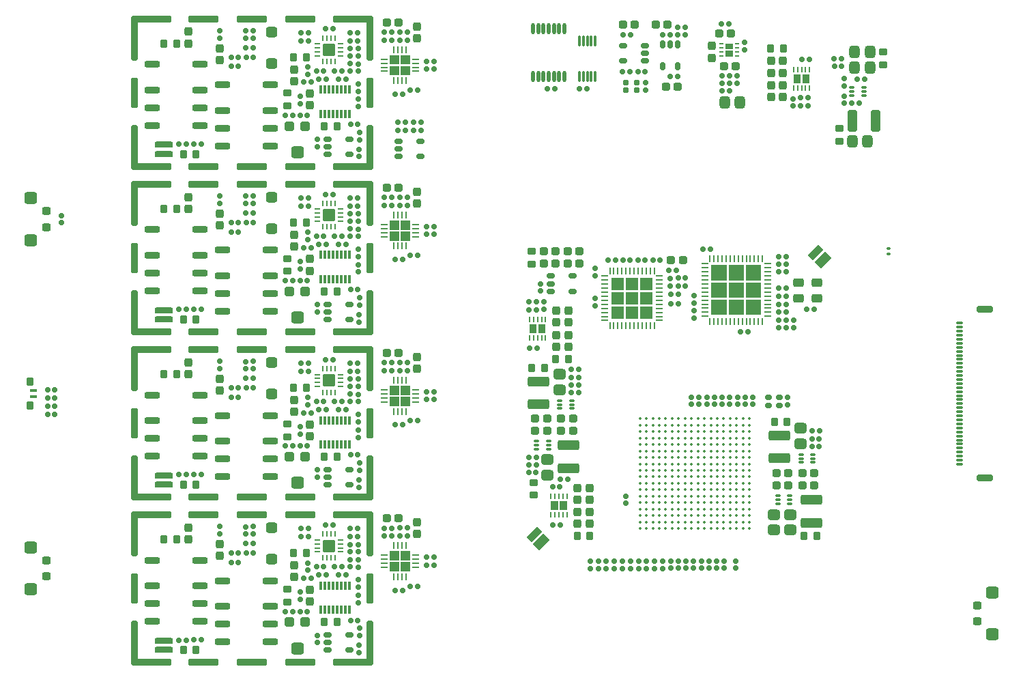
<source format=gbr>
%TF.GenerationSoftware,KiCad,Pcbnew,9.0.3*%
%TF.CreationDate,2025-08-04T19:38:52-04:00*%
%TF.ProjectId,Thunderscope_Rev5.1,5468756e-6465-4727-9363-6f70655f5265,rev?*%
%TF.SameCoordinates,Original*%
%TF.FileFunction,Paste,Top*%
%TF.FilePolarity,Positive*%
%FSLAX46Y46*%
G04 Gerber Fmt 4.6, Leading zero omitted, Abs format (unit mm)*
G04 Created by KiCad (PCBNEW 9.0.3) date 2025-08-04 19:38:52*
%MOMM*%
%LPD*%
G01*
G04 APERTURE LIST*
G04 Aperture macros list*
%AMRoundRect*
0 Rectangle with rounded corners*
0 $1 Rounding radius*
0 $2 $3 $4 $5 $6 $7 $8 $9 X,Y pos of 4 corners*
0 Add a 4 corners polygon primitive as box body*
4,1,4,$2,$3,$4,$5,$6,$7,$8,$9,$2,$3,0*
0 Add four circle primitives for the rounded corners*
1,1,$1+$1,$2,$3*
1,1,$1+$1,$4,$5*
1,1,$1+$1,$6,$7*
1,1,$1+$1,$8,$9*
0 Add four rect primitives between the rounded corners*
20,1,$1+$1,$2,$3,$4,$5,0*
20,1,$1+$1,$4,$5,$6,$7,0*
20,1,$1+$1,$6,$7,$8,$9,0*
20,1,$1+$1,$8,$9,$2,$3,0*%
G04 Aperture macros list end*
%ADD10C,0.000000*%
%ADD11RoundRect,0.150000X-0.150000X0.150000X-0.150000X-0.150000X0.150000X-0.150000X0.150000X0.150000X0*%
%ADD12RoundRect,0.150000X0.150000X-0.150000X0.150000X0.150000X-0.150000X0.150000X-0.150000X-0.150000X0*%
%ADD13RoundRect,0.160000X0.160000X0.160000X-0.160000X0.160000X-0.160000X-0.160000X0.160000X-0.160000X0*%
%ADD14RoundRect,0.200000X0.200000X2.575000X-0.200000X2.575000X-0.200000X-2.575000X0.200000X-2.575000X0*%
%ADD15RoundRect,0.200000X-0.200000X-1.700000X0.200000X-1.700000X0.200000X1.700000X-0.200000X1.700000X0*%
%ADD16RoundRect,0.200000X2.290000X-0.200000X2.290000X0.200000X-2.290000X0.200000X-2.290000X-0.200000X0*%
%ADD17RoundRect,0.200000X-2.290000X0.200000X-2.290000X-0.200000X2.290000X-0.200000X2.290000X0.200000X0*%
%ADD18RoundRect,0.200000X1.700000X-0.200000X1.700000X0.200000X-1.700000X0.200000X-1.700000X-0.200000X0*%
%ADD19RoundRect,0.200000X-1.700000X0.200000X-1.700000X-0.200000X1.700000X-0.200000X1.700000X0.200000X0*%
%ADD20RoundRect,0.200000X-0.200000X-2.575000X0.200000X-2.575000X0.200000X2.575000X-0.200000X2.575000X0*%
%ADD21RoundRect,0.200000X0.200000X1.700000X-0.200000X1.700000X-0.200000X-1.700000X0.200000X-1.700000X0*%
%ADD22RoundRect,0.160000X0.160000X-0.160000X0.160000X0.160000X-0.160000X0.160000X-0.160000X-0.160000X0*%
%ADD23RoundRect,0.150000X0.150000X0.150000X-0.150000X0.150000X-0.150000X-0.150000X0.150000X-0.150000X0*%
%ADD24RoundRect,0.062500X0.062500X0.237500X-0.062500X0.237500X-0.062500X-0.237500X0.062500X-0.237500X0*%
%ADD25RoundRect,0.160000X-0.160000X0.160000X-0.160000X-0.160000X0.160000X-0.160000X0.160000X0.160000X0*%
%ADD26RoundRect,0.225000X-0.225000X0.275000X-0.225000X-0.275000X0.225000X-0.275000X0.225000X0.275000X0*%
%ADD27RoundRect,0.062500X-0.062500X-0.237500X0.062500X-0.237500X0.062500X0.237500X-0.062500X0.237500X0*%
%ADD28RoundRect,0.237500X0.287500X-0.237500X0.287500X0.237500X-0.287500X0.237500X-0.287500X-0.237500X0*%
%ADD29RoundRect,0.150000X0.350000X-0.150000X0.350000X0.150000X-0.350000X0.150000X-0.350000X-0.150000X0*%
%ADD30RoundRect,0.190500X0.934500X0.190500X-0.934500X0.190500X-0.934500X-0.190500X0.934500X-0.190500X0*%
%ADD31RoundRect,0.150000X-0.150000X-0.150000X0.150000X-0.150000X0.150000X0.150000X-0.150000X0.150000X0*%
%ADD32RoundRect,0.300000X0.300000X0.300000X-0.300000X0.300000X-0.300000X-0.300000X0.300000X-0.300000X0*%
%ADD33RoundRect,0.375000X0.425000X0.375000X-0.425000X0.375000X-0.425000X-0.375000X0.425000X-0.375000X0*%
%ADD34RoundRect,0.200000X-0.730000X0.200000X-0.730000X-0.200000X0.730000X-0.200000X0.730000X0.200000X0*%
%ADD35RoundRect,0.225000X-0.275000X-0.225000X0.275000X-0.225000X0.275000X0.225000X-0.275000X0.225000X0*%
%ADD36RoundRect,0.325000X-0.375000X-0.325000X0.375000X-0.325000X0.375000X0.325000X-0.375000X0.325000X0*%
%ADD37RoundRect,0.062500X0.187500X-0.062500X0.187500X0.062500X-0.187500X0.062500X-0.187500X-0.062500X0*%
%ADD38RoundRect,0.375000X-0.425000X0.375000X-0.425000X-0.375000X0.425000X-0.375000X0.425000X0.375000X0*%
%ADD39RoundRect,0.375000X0.425000X-0.375000X0.425000X0.375000X-0.425000X0.375000X-0.425000X-0.375000X0*%
%ADD40RoundRect,0.250000X-0.275000X0.250000X-0.275000X-0.250000X0.275000X-0.250000X0.275000X0.250000X0*%
%ADD41RoundRect,0.075000X-0.075000X0.450000X-0.075000X-0.450000X0.075000X-0.450000X0.075000X0.450000X0*%
%ADD42RoundRect,0.237500X-0.237500X-0.287500X0.237500X-0.287500X0.237500X0.287500X-0.237500X0.287500X0*%
%ADD43O,0.900000X0.250000*%
%ADD44O,0.250000X0.900000*%
%ADD45RoundRect,0.225000X0.275000X0.225000X-0.275000X0.225000X-0.275000X-0.225000X0.275000X-0.225000X0*%
%ADD46O,0.800000X0.250000*%
%ADD47O,0.250000X0.800000*%
%ADD48RoundRect,0.074000X-0.666000X-0.666000X0.666000X-0.666000X0.666000X0.666000X-0.666000X0.666000X0*%
%ADD49RoundRect,0.325000X0.425000X0.325000X-0.425000X0.325000X-0.425000X-0.325000X0.425000X-0.325000X0*%
%ADD50RoundRect,0.237500X-0.287500X0.237500X-0.287500X-0.237500X0.287500X-0.237500X0.287500X0.237500X0*%
%ADD51RoundRect,0.237500X0.237500X0.287500X-0.237500X0.287500X-0.237500X-0.287500X0.237500X-0.287500X0*%
%ADD52RoundRect,0.325000X0.325000X-0.425000X0.325000X0.425000X-0.325000X0.425000X-0.325000X-0.425000X0*%
%ADD53RoundRect,0.075000X0.260000X-0.075000X0.260000X0.075000X-0.260000X0.075000X-0.260000X-0.075000X0*%
%ADD54O,0.250000X0.850000*%
%ADD55O,0.850000X0.250000*%
%ADD56RoundRect,0.160000X-0.160000X-0.160000X0.160000X-0.160000X0.160000X0.160000X-0.160000X0.160000X0*%
%ADD57O,0.200000X0.850000*%
%ADD58O,0.850000X0.200000*%
%ADD59RoundRect,0.325000X-0.425000X-0.325000X0.425000X-0.325000X0.425000X0.325000X-0.425000X0.325000X0*%
%ADD60RoundRect,0.325000X-0.325000X0.425000X-0.325000X-0.425000X0.325000X-0.425000X0.325000X0.425000X0*%
%ADD61RoundRect,0.307500X1.052500X0.307500X-1.052500X0.307500X-1.052500X-0.307500X1.052500X-0.307500X0*%
%ADD62RoundRect,0.275000X0.375000X0.275000X-0.375000X0.275000X-0.375000X-0.275000X0.375000X-0.275000X0*%
%ADD63RoundRect,0.275000X-0.375000X-0.275000X0.375000X-0.275000X0.375000X0.275000X-0.375000X0.275000X0*%
%ADD64RoundRect,0.085000X-0.852064X-0.371231X-0.371231X-0.852064X0.852064X0.371231X0.371231X0.852064X0*%
%ADD65RoundRect,0.110000X-0.905097X-0.282843X-0.282843X-0.905097X0.905097X0.282843X0.282843X0.905097X0*%
%ADD66O,0.350000X1.400000*%
%ADD67RoundRect,0.307500X-1.052500X-0.307500X1.052500X-0.307500X1.052500X0.307500X-1.052500X0.307500X0*%
%ADD68RoundRect,0.175000X0.225000X0.175000X-0.225000X0.175000X-0.225000X-0.175000X0.225000X-0.175000X0*%
%ADD69RoundRect,0.175000X-0.225000X-0.175000X0.225000X-0.175000X0.225000X0.175000X-0.225000X0.175000X0*%
%ADD70RoundRect,0.225000X0.225000X-0.275000X0.225000X0.275000X-0.225000X0.275000X-0.225000X-0.275000X0*%
%ADD71RoundRect,0.150000X-0.350000X0.150000X-0.350000X-0.150000X0.350000X-0.150000X0.350000X0.150000X0*%
%ADD72RoundRect,0.075000X-0.175000X-0.075000X0.175000X-0.075000X0.175000X0.075000X-0.175000X0.075000X0*%
%ADD73RoundRect,0.307500X0.307500X-1.052500X0.307500X1.052500X-0.307500X1.052500X-0.307500X-1.052500X0*%
%ADD74RoundRect,0.075000X-0.260000X0.075000X-0.260000X-0.075000X0.260000X-0.075000X0.260000X0.075000X0*%
%ADD75RoundRect,0.250000X0.275000X-0.250000X0.275000X0.250000X-0.275000X0.250000X-0.275000X-0.250000X0*%
%ADD76RoundRect,0.075000X0.350000X-0.075000X0.350000X0.075000X-0.350000X0.075000X-0.350000X-0.075000X0*%
%ADD77RoundRect,0.200000X0.800000X-0.200000X0.800000X0.200000X-0.800000X0.200000X-0.800000X-0.200000X0*%
%ADD78C,0.350000*%
%ADD79O,0.450000X1.400000*%
%ADD80RoundRect,0.135000X0.315000X-0.365000X0.315000X0.365000X-0.315000X0.365000X-0.315000X-0.365000X0*%
%ADD81RoundRect,0.060000X0.340000X-0.140000X0.340000X0.140000X-0.340000X0.140000X-0.340000X-0.140000X0*%
%ADD82RoundRect,0.160000X0.190000X-0.160000X0.190000X0.160000X-0.190000X0.160000X-0.190000X-0.160000X0*%
%ADD83RoundRect,0.150000X-0.150000X-0.350000X0.150000X-0.350000X0.150000X0.350000X-0.150000X0.350000X0*%
G04 APERTURE END LIST*
D10*
%TO.C,U15*%
G36*
X184101246Y-68593599D02*
G01*
X183211246Y-68593599D01*
X183211246Y-67463599D01*
X184101246Y-67463599D01*
X184101246Y-68593599D01*
G37*
G36*
X185201246Y-68593599D02*
G01*
X184311246Y-68593599D01*
X184311246Y-67463599D01*
X185201246Y-67463599D01*
X185201246Y-68593599D01*
G37*
%TO.C,U22*%
G36*
X153995925Y-121518600D02*
G01*
X153105925Y-121518600D01*
X153105925Y-120388600D01*
X153995925Y-120388600D01*
X153995925Y-121518600D01*
G37*
G36*
X155095925Y-121518600D02*
G01*
X154205925Y-121518600D01*
X154205925Y-120388600D01*
X155095925Y-120388600D01*
X155095925Y-121518600D01*
G37*
%TO.C,U13*%
G36*
X175681051Y-64318589D02*
G01*
X174781051Y-64318589D01*
X174781051Y-63618590D01*
X175681051Y-63618590D01*
X175681051Y-64318589D01*
G37*
G36*
X175681093Y-65218608D02*
G01*
X174781093Y-65218608D01*
X174781093Y-64518609D01*
X175681093Y-64518609D01*
X175681093Y-65218608D01*
G37*
%TO.C,U6*%
G36*
X162144155Y-92653610D02*
G01*
X160594155Y-92653610D01*
X160594155Y-94203610D01*
X162144155Y-94203610D01*
X162144155Y-92653610D01*
G37*
G36*
X162144155Y-94453610D02*
G01*
X160594155Y-94453610D01*
X160594155Y-96003610D01*
X162144155Y-96003610D01*
X162144155Y-94453610D01*
G37*
G36*
X162144155Y-96253610D02*
G01*
X160594155Y-96253610D01*
X160594155Y-97803610D01*
X162144155Y-97803610D01*
X162144155Y-96253610D01*
G37*
G36*
X163944155Y-92653610D02*
G01*
X162394155Y-92653610D01*
X162394155Y-94203610D01*
X163944155Y-94203610D01*
X163944155Y-92653610D01*
G37*
G36*
X163944155Y-94453610D02*
G01*
X162394155Y-94453610D01*
X162394155Y-96003610D01*
X163944155Y-96003610D01*
X163944155Y-94453610D01*
G37*
G36*
X163944155Y-96253610D02*
G01*
X162394155Y-96253610D01*
X162394155Y-97803610D01*
X163944155Y-97803610D01*
X163944155Y-96253610D01*
G37*
G36*
X165744155Y-92653610D02*
G01*
X164194155Y-92653610D01*
X164194155Y-94203610D01*
X165744155Y-94203610D01*
X165744155Y-92653610D01*
G37*
G36*
X165744155Y-94453610D02*
G01*
X164194155Y-94453610D01*
X164194155Y-96003610D01*
X165744155Y-96003610D01*
X165744155Y-94453610D01*
G37*
G36*
X165744155Y-96253610D02*
G01*
X164194155Y-96253610D01*
X164194155Y-97803610D01*
X165744155Y-97803610D01*
X165744155Y-96253610D01*
G37*
%TO.C,U14*%
G36*
X151345925Y-99568600D02*
G01*
X150455925Y-99568600D01*
X150455925Y-98438600D01*
X151345925Y-98438600D01*
X151345925Y-99568600D01*
G37*
G36*
X152445925Y-99568600D02*
G01*
X151555925Y-99568600D01*
X151555925Y-98438600D01*
X152445925Y-98438600D01*
X152445925Y-99568600D01*
G37*
%TO.C,U1008_1*%
G36*
X133126045Y-65078600D02*
G01*
X134276045Y-65078600D01*
X134276045Y-66228600D01*
X133126045Y-66228600D01*
X133126045Y-65078600D01*
G37*
G36*
X133126045Y-66428600D02*
G01*
X134276045Y-66428600D01*
X134276045Y-67578600D01*
X133126045Y-67578600D01*
X133126045Y-66428600D01*
G37*
G36*
X134476045Y-65078600D02*
G01*
X135626045Y-65078600D01*
X135626045Y-66228600D01*
X134476045Y-66228600D01*
X134476045Y-65078600D01*
G37*
G36*
X134476045Y-66428600D02*
G01*
X135626045Y-66428600D01*
X135626045Y-67578600D01*
X134476045Y-67578600D01*
X134476045Y-66428600D01*
G37*
%TO.C,U7*%
G36*
X174901095Y-93003590D02*
G01*
X173001095Y-93003590D01*
X173001095Y-91103600D01*
X174901095Y-91103600D01*
X174901095Y-93003590D01*
G37*
G36*
X174901095Y-97303590D02*
G01*
X173001095Y-97303590D01*
X173001095Y-95403590D01*
X174901095Y-95403590D01*
X174901095Y-97303590D01*
G37*
G36*
X174901095Y-95153590D02*
G01*
X173001095Y-95153590D01*
X173001095Y-93253590D01*
X174901095Y-93253590D01*
X174901095Y-95153590D01*
G37*
G36*
X177051095Y-93003600D02*
G01*
X175151095Y-93003600D01*
X175151095Y-91103600D01*
X177051095Y-91103600D01*
X177051095Y-93003600D01*
G37*
G36*
X177051095Y-95153590D02*
G01*
X175151095Y-95153590D01*
X175151095Y-93253600D01*
X177051095Y-93253600D01*
X177051095Y-95153590D01*
G37*
G36*
X177051095Y-97303590D02*
G01*
X175151095Y-97303590D01*
X175151095Y-95403590D01*
X177051095Y-95403590D01*
X177051095Y-97303590D01*
G37*
G36*
X179201095Y-95153590D02*
G01*
X177301095Y-95153590D01*
X177301095Y-93253590D01*
X179201095Y-93253590D01*
X179201095Y-95153590D01*
G37*
G36*
X179201095Y-93003590D02*
G01*
X177301095Y-93003590D01*
X177301095Y-91103600D01*
X179201095Y-91103600D01*
X179201095Y-93003590D01*
G37*
G36*
X179201095Y-97303590D02*
G01*
X177301095Y-97303590D01*
X177301095Y-95403590D01*
X179201095Y-95403590D01*
X179201095Y-97303590D01*
G37*
%TO.C,U1008_2*%
G36*
X133126045Y-85578600D02*
G01*
X134276045Y-85578600D01*
X134276045Y-86728600D01*
X133126045Y-86728600D01*
X133126045Y-85578600D01*
G37*
G36*
X133126045Y-86928600D02*
G01*
X134276045Y-86928600D01*
X134276045Y-88078600D01*
X133126045Y-88078600D01*
X133126045Y-86928600D01*
G37*
G36*
X134476045Y-85578600D02*
G01*
X135626045Y-85578600D01*
X135626045Y-86728600D01*
X134476045Y-86728600D01*
X134476045Y-85578600D01*
G37*
G36*
X134476045Y-86928600D02*
G01*
X135626045Y-86928600D01*
X135626045Y-88078600D01*
X134476045Y-88078600D01*
X134476045Y-86928600D01*
G37*
%TO.C,U1008_3*%
G36*
X133126045Y-106078600D02*
G01*
X134276045Y-106078600D01*
X134276045Y-107228600D01*
X133126045Y-107228600D01*
X133126045Y-106078600D01*
G37*
G36*
X133126045Y-107428600D02*
G01*
X134276045Y-107428600D01*
X134276045Y-108578600D01*
X133126045Y-108578600D01*
X133126045Y-107428600D01*
G37*
G36*
X134476045Y-106078600D02*
G01*
X135626045Y-106078600D01*
X135626045Y-107228600D01*
X134476045Y-107228600D01*
X134476045Y-106078600D01*
G37*
G36*
X134476045Y-107428600D02*
G01*
X135626045Y-107428600D01*
X135626045Y-108578600D01*
X134476045Y-108578600D01*
X134476045Y-107428600D01*
G37*
%TO.C,U1008_4*%
G36*
X133126045Y-126578600D02*
G01*
X134276045Y-126578600D01*
X134276045Y-127728600D01*
X133126045Y-127728600D01*
X133126045Y-126578600D01*
G37*
G36*
X133126045Y-127928600D02*
G01*
X134276045Y-127928600D01*
X134276045Y-129078600D01*
X133126045Y-129078600D01*
X133126045Y-127928600D01*
G37*
G36*
X134476045Y-126578600D02*
G01*
X135626045Y-126578600D01*
X135626045Y-127728600D01*
X134476045Y-127728600D01*
X134476045Y-126578600D01*
G37*
G36*
X134476045Y-127928600D02*
G01*
X135626045Y-127928600D01*
X135626045Y-129078600D01*
X134476045Y-129078600D01*
X134476045Y-127928600D01*
G37*
%TD*%
D11*
%TO.C,R1033_1*%
X134676085Y-69928600D03*
X133776085Y-69928600D03*
%TD*%
D12*
%TO.C,FB1000_4*%
X134401105Y-123713600D03*
X135301105Y-123713600D03*
%TD*%
D13*
%TO.C,C1045_1*%
X129351095Y-75563600D03*
X129351095Y-74643600D03*
%TD*%
D14*
%TO.C,SHLD1001_2*%
X130613695Y-97022990D03*
D15*
X130611095Y-90253590D03*
D14*
X130611095Y-83478990D03*
D16*
X128523395Y-99398390D03*
D17*
X128521395Y-81103590D03*
D18*
X122033695Y-99398390D03*
D19*
X122031095Y-81103590D03*
D18*
X116033695Y-99398390D03*
D19*
X116031095Y-81103590D03*
D18*
X110033695Y-99398390D03*
D19*
X110031095Y-81103590D03*
D16*
X103543395Y-99398390D03*
D17*
X103541395Y-81103590D03*
D20*
X101453695Y-97022990D03*
D21*
X101451095Y-90253590D03*
D20*
X101451095Y-83478990D03*
%TD*%
D22*
%TO.C,C185*%
X153321095Y-123343600D03*
X154241095Y-123343600D03*
%TD*%
D23*
%TO.C,R1042_2*%
X129176095Y-87553590D03*
X129176095Y-86653590D03*
%TD*%
D24*
%TO.C,U15*%
X183206076Y-69178599D03*
X183706076Y-69178599D03*
X184206076Y-69178599D03*
X184706076Y-69178599D03*
X185206076Y-69178599D03*
X185206076Y-66878599D03*
X184706076Y-66878599D03*
X184206076Y-66878599D03*
X183706076Y-66878599D03*
X183206076Y-66878599D03*
%TD*%
D25*
%TO.C,C1047_3*%
X123011095Y-104278600D03*
X122091095Y-104278600D03*
%TD*%
D12*
%TO.C,R85*%
X90651105Y-108603600D03*
X91551105Y-108603600D03*
%TD*%
D26*
%TO.C,R1003_3*%
X126576095Y-114903600D03*
X124976095Y-114903600D03*
%TD*%
D27*
%TO.C,U22*%
X155101095Y-119803600D03*
X154601095Y-119803600D03*
X154101095Y-119803600D03*
X153601095Y-119803600D03*
X153101095Y-119803600D03*
X153101095Y-122103600D03*
X153601095Y-122103600D03*
X154101095Y-122103600D03*
X154601095Y-122103600D03*
X155101095Y-122103600D03*
%TD*%
D26*
%TO.C,R1022_3*%
X106651095Y-104641100D03*
X105051095Y-104641100D03*
%TD*%
D28*
%TO.C,C1039_2*%
X132736095Y-81483600D03*
X134186095Y-81483600D03*
%TD*%
D29*
%TO.C,U1011_2*%
X125401095Y-95966100D03*
X125401095Y-96916100D03*
X125401095Y-97866100D03*
X128101095Y-97866100D03*
X128101095Y-95966100D03*
%TD*%
D30*
%TO.C,R1025_2*%
X105101095Y-97866100D03*
X105101095Y-96716100D03*
%TD*%
D26*
%TO.C,R1038_4*%
X122776095Y-126803600D03*
X121176095Y-126803600D03*
%TD*%
D12*
%TO.C,R1043_1*%
X122451105Y-68428600D03*
X123351105Y-68428600D03*
%TD*%
D31*
%TO.C,R37*%
X168917200Y-127803610D03*
X168917200Y-128703610D03*
%TD*%
D25*
%TO.C,C1024_4*%
X116191095Y-125643600D03*
X115271095Y-125643600D03*
%TD*%
D22*
%TO.C,C66*%
X181366095Y-95953600D03*
X182286095Y-95953600D03*
%TD*%
D12*
%TO.C,FB1000_3*%
X134401105Y-103213600D03*
X135301105Y-103213600D03*
%TD*%
D32*
%TO.C,R1049_2*%
X122651095Y-94378600D03*
D33*
X121651095Y-97628600D03*
D32*
X120651095Y-94378600D03*
%TD*%
D34*
%TO.C,K1000_3*%
X103651095Y-107216100D03*
X103651095Y-110416100D03*
X103651095Y-112616100D03*
X103651095Y-114816100D03*
X109591095Y-114816100D03*
X109591095Y-112616100D03*
X109591095Y-110416100D03*
X109591095Y-107216100D03*
%TD*%
D22*
%TO.C,C1001_3*%
X126791095Y-109028600D03*
X127711095Y-109028600D03*
%TD*%
%TO.C,C1046_1*%
X128191105Y-62278590D03*
X129111105Y-62278590D03*
%TD*%
D11*
%TO.C,R127*%
X154231085Y-118628600D03*
X153331085Y-118628600D03*
%TD*%
D35*
%TO.C,R120*%
X151001095Y-118053601D03*
X151001095Y-119653599D03*
%TD*%
D26*
%TO.C,R1022_2*%
X106651095Y-84141100D03*
X105051095Y-84141100D03*
%TD*%
D13*
%TO.C,C47*%
X157976095Y-128738600D03*
X157976095Y-127818600D03*
%TD*%
D31*
%TO.C,R38*%
X167976095Y-127803610D03*
X167976095Y-128703610D03*
%TD*%
D36*
%TO.C,C1059_1*%
X118491095Y-62203600D03*
X118491095Y-66103600D03*
%TD*%
D37*
%TO.C,U13*%
X174281074Y-63668599D03*
X174281074Y-64168594D03*
X174281081Y-64668597D03*
X174281074Y-65168599D03*
X176181077Y-65168592D03*
X176181077Y-64668597D03*
X176181077Y-64168601D03*
X176181077Y-63668592D03*
%TD*%
D38*
%TO.C,J12*%
X88587500Y-82803600D03*
D39*
X88587500Y-88003600D03*
D40*
X90512500Y-84403600D03*
X90512500Y-86403600D03*
%TD*%
D31*
%TO.C,R1041_1*%
X128226095Y-64253610D03*
X128226095Y-65153610D03*
%TD*%
D11*
%TO.C,R19*%
X162944145Y-90478600D03*
X162044145Y-90478600D03*
%TD*%
D22*
%TO.C,C16*%
X167741095Y-91753600D03*
X168661095Y-91753600D03*
%TD*%
%TO.C,C1052_3*%
X124016095Y-108028600D03*
X124936095Y-108028600D03*
%TD*%
D31*
%TO.C,R79*%
X174351095Y-107478610D03*
X174351095Y-108378610D03*
%TD*%
D41*
%TO.C,U1001_1*%
X128076095Y-69353600D03*
X127576095Y-69353600D03*
X127076095Y-69353600D03*
X126576095Y-69353600D03*
X126076095Y-69353600D03*
X125576095Y-69353600D03*
X125076095Y-69353600D03*
X124576095Y-69353600D03*
X124576095Y-72353600D03*
X125076095Y-72353600D03*
X125576095Y-72353600D03*
X126076095Y-72353600D03*
X126576095Y-72353600D03*
X127076095Y-72353600D03*
X127576095Y-72353600D03*
X128076095Y-72353600D03*
%TD*%
D11*
%TO.C,R1002_4*%
X116191085Y-126833600D03*
X115291085Y-126833600D03*
%TD*%
D12*
%TO.C,R1039_1*%
X120151105Y-72553600D03*
X121051105Y-72553600D03*
%TD*%
D11*
%TO.C,R1024_3*%
X114341085Y-106333600D03*
X113441085Y-106333600D03*
%TD*%
D26*
%TO.C,R1021_4*%
X109101094Y-138866100D03*
X107501096Y-138866100D03*
%TD*%
D31*
%TO.C,R75*%
X178151095Y-107478610D03*
X178151095Y-108378610D03*
%TD*%
D13*
%TO.C,C1045_2*%
X129351095Y-96063600D03*
X129351095Y-95143600D03*
%TD*%
D30*
%TO.C,R1025_4*%
X105101095Y-138866100D03*
X105101095Y-137716100D03*
%TD*%
D23*
%TO.C,R1047_2*%
X122001095Y-91578590D03*
X122001095Y-90678590D03*
%TD*%
D26*
%TO.C,R1022_4*%
X106651095Y-125141100D03*
X105051095Y-125141100D03*
%TD*%
D25*
%TO.C,C76*%
X136961094Y-73428600D03*
X136041094Y-73428600D03*
%TD*%
D36*
%TO.C,C1059_3*%
X118491095Y-103203600D03*
X118491095Y-107103600D03*
%TD*%
D23*
%TO.C,R1047_3*%
X122001095Y-112078590D03*
X122001095Y-111178590D03*
%TD*%
D31*
%TO.C,R29*%
X172717200Y-127803610D03*
X172717200Y-128703610D03*
%TD*%
D25*
%TO.C,C126*%
X136961094Y-74428600D03*
X136041094Y-74428600D03*
%TD*%
D31*
%TO.C,R1044_4*%
X129326095Y-138253610D03*
X129326095Y-139153610D03*
%TD*%
D11*
%TO.C,R129*%
X156526085Y-105028600D03*
X155626085Y-105028600D03*
%TD*%
D42*
%TO.C,C122*%
X180406076Y-68803600D03*
X180406076Y-70253598D03*
%TD*%
D43*
%TO.C,U6*%
X159794145Y-92478610D03*
X159794145Y-92978610D03*
X159794145Y-93478610D03*
X159794145Y-93978610D03*
X159794145Y-94478610D03*
X159794145Y-94978610D03*
X159794145Y-95478610D03*
X159794145Y-95978610D03*
X159794145Y-96478610D03*
X159794145Y-96978610D03*
X159794145Y-97478610D03*
X159794145Y-97978610D03*
D44*
X160419145Y-98603610D03*
X160919145Y-98603610D03*
X161419145Y-98603610D03*
X161919145Y-98603610D03*
X162419155Y-98603610D03*
X162919145Y-98603610D03*
X163419145Y-98603610D03*
X163919145Y-98603610D03*
X164419145Y-98603610D03*
X164919155Y-98603610D03*
X165419145Y-98603610D03*
X165919145Y-98603610D03*
D43*
X166544145Y-97978610D03*
X166544145Y-97478610D03*
X166544145Y-96978610D03*
X166544145Y-96478610D03*
X166544145Y-95978610D03*
X166544145Y-95478610D03*
X166544145Y-94978610D03*
X166544145Y-94478610D03*
X166544145Y-93978610D03*
X166544145Y-93478610D03*
X166544145Y-92978610D03*
X166544145Y-92478610D03*
D44*
X165919145Y-91853610D03*
X165419145Y-91853610D03*
X164919155Y-91853610D03*
X164419145Y-91853610D03*
X163919145Y-91853610D03*
X163419145Y-91853610D03*
X162919145Y-91853610D03*
X162419155Y-91853610D03*
X161919145Y-91853610D03*
X161419145Y-91853610D03*
X160919145Y-91853610D03*
X160419145Y-91853610D03*
%TD*%
D12*
%TO.C,R52_2*%
X137701105Y-86353600D03*
X138601105Y-86353600D03*
%TD*%
D41*
%TO.C,U1001_4*%
X128076095Y-130853600D03*
X127576095Y-130853600D03*
X127076095Y-130853600D03*
X126576095Y-130853600D03*
X126076095Y-130853600D03*
X125576095Y-130853600D03*
X125076095Y-130853600D03*
X124576095Y-130853600D03*
X124576095Y-133853600D03*
X125076095Y-133853600D03*
X125576095Y-133853600D03*
X126076095Y-133853600D03*
X126576095Y-133853600D03*
X127076095Y-133853600D03*
X127576095Y-133853600D03*
X128076095Y-133853600D03*
%TD*%
D45*
%TO.C,R1035_3*%
X120426095Y-112378600D03*
X120426095Y-110778600D03*
%TD*%
D22*
%TO.C,C1043_1*%
X135641095Y-69428600D03*
X136561095Y-69428600D03*
%TD*%
D12*
%TO.C,R1048_3*%
X122001105Y-113553600D03*
X122901105Y-113553600D03*
%TD*%
D31*
%TO.C,R1041_4*%
X128226095Y-125753610D03*
X128226095Y-126653610D03*
%TD*%
D22*
%TO.C,C1037_3*%
X134366095Y-104228600D03*
X135286095Y-104228600D03*
%TD*%
%TO.C,C1037_1*%
X134366095Y-63228600D03*
X135286095Y-63228600D03*
%TD*%
D11*
%TO.C,R1033_2*%
X134676085Y-90428600D03*
X133776085Y-90428600D03*
%TD*%
D46*
%TO.C,U1009_3*%
X124151095Y-104678600D03*
X124151095Y-105178600D03*
X124151095Y-105678590D03*
X124151095Y-106178600D03*
D47*
X124851095Y-106878590D03*
X125351095Y-106878590D03*
X125851095Y-106878590D03*
X126351095Y-106878590D03*
D46*
X127051095Y-106178600D03*
X127051095Y-105678590D03*
X127051095Y-105178600D03*
X127051095Y-104678600D03*
D47*
X126351095Y-103978600D03*
X125851095Y-103978600D03*
X125351095Y-103978600D03*
X124851095Y-103978600D03*
D48*
X125601095Y-105428590D03*
%TD*%
D49*
%TO.C,C188*%
X154176095Y-106553599D03*
X154176095Y-104653601D03*
%TD*%
D50*
%TO.C,C94*%
X163501070Y-61268600D03*
X162051072Y-61268600D03*
%TD*%
D27*
%TO.C,U14*%
X152451095Y-97853600D03*
X151951095Y-97853600D03*
X151451095Y-97853600D03*
X150951095Y-97853600D03*
X150451095Y-97853600D03*
X150451095Y-100153600D03*
X150951095Y-100153600D03*
X151451095Y-100153600D03*
X151951095Y-100153600D03*
X152451095Y-100153600D03*
%TD*%
D26*
%TO.C,R1038_2*%
X122776095Y-85803600D03*
X121176095Y-85803600D03*
%TD*%
D11*
%TO.C,R51*%
X182276085Y-93978600D03*
X181376085Y-93978600D03*
%TD*%
D32*
%TO.C,R1049_1*%
X122651095Y-73878600D03*
D33*
X121651095Y-77128601D03*
D32*
X120651095Y-73878600D03*
%TD*%
D51*
%TO.C,C184*%
X157901095Y-120178599D03*
X157901095Y-118728601D03*
%TD*%
D25*
%TO.C,C102*%
X192036095Y-68028600D03*
X191116095Y-68028600D03*
%TD*%
D22*
%TO.C,C1046_4*%
X128191105Y-123778590D03*
X129111105Y-123778590D03*
%TD*%
D31*
%TO.C,R82*%
X171501095Y-107478610D03*
X171501095Y-108378610D03*
%TD*%
D22*
%TO.C,C100*%
X188241095Y-65478600D03*
X189161095Y-65478600D03*
%TD*%
D29*
%TO.C,U16*%
X134201094Y-75728600D03*
X134201094Y-76678600D03*
X134201094Y-77628600D03*
X136901094Y-77628600D03*
X136901094Y-75728600D03*
%TD*%
D52*
%TO.C,C101*%
X190791095Y-64678600D03*
X192691095Y-64678600D03*
%TD*%
D53*
%TO.C,U17*%
X190446095Y-69043600D03*
X190446095Y-69543600D03*
X190446095Y-70043600D03*
X191926095Y-70043600D03*
X191926095Y-69543600D03*
X191926095Y-69043600D03*
%TD*%
D11*
%TO.C,R1001_1*%
X114341085Y-66483600D03*
X113441085Y-66483600D03*
%TD*%
D22*
%TO.C,C1050_4*%
X128241095Y-135153600D03*
X129161095Y-135153600D03*
%TD*%
D45*
%TO.C,R1035_4*%
X120426095Y-132878600D03*
X120426095Y-131278600D03*
%TD*%
D34*
%TO.C,K1000_1*%
X103651095Y-66216100D03*
X103651095Y-69416100D03*
X103651095Y-71616100D03*
X103651095Y-73816100D03*
X109591095Y-73816100D03*
X109591095Y-71616100D03*
X109591095Y-69416100D03*
X109591095Y-66216100D03*
%TD*%
D26*
%TO.C,R1003_1*%
X126576094Y-73903600D03*
X124976096Y-73903600D03*
%TD*%
D54*
%TO.C,U1008_1*%
X135126095Y-64403600D03*
X134626095Y-64403600D03*
X134126095Y-64403600D03*
X133626095Y-64403600D03*
D55*
X132451095Y-65578600D03*
X132451095Y-66078600D03*
X132451095Y-66578600D03*
X132451095Y-67078600D03*
D54*
X133626095Y-68253600D03*
X134126095Y-68253600D03*
X134626095Y-68253600D03*
X135126095Y-68253600D03*
D55*
X136301095Y-67078600D03*
X136301095Y-66578600D03*
X136301095Y-66078600D03*
X136301095Y-65578600D03*
%TD*%
D56*
%TO.C,C1035_2*%
X129176095Y-91043600D03*
X129176095Y-91963600D03*
%TD*%
D22*
%TO.C,C1048_4*%
X125136095Y-123328600D03*
X126056095Y-123328600D03*
%TD*%
D50*
%TO.C,C73*%
X185801094Y-116892350D03*
X184351096Y-116892350D03*
%TD*%
D23*
%TO.C,R110*%
X189476095Y-68903590D03*
X189476095Y-68003590D03*
%TD*%
D28*
%TO.C,C71*%
X151176096Y-110153600D03*
X152626094Y-110153600D03*
%TD*%
D22*
%TO.C,C1055_1*%
X124316095Y-68028600D03*
X125236095Y-68028600D03*
%TD*%
D56*
%TO.C,C1021_3*%
X116191095Y-103033600D03*
X116191095Y-103953600D03*
%TD*%
D13*
%TO.C,C46*%
X158976095Y-128738600D03*
X158976095Y-127818600D03*
%TD*%
D25*
%TO.C,C186*%
X156536095Y-104053600D03*
X155616095Y-104053600D03*
%TD*%
D56*
%TO.C,C112*%
X177126095Y-63458600D03*
X177126095Y-64378600D03*
%TD*%
%TO.C,C1032_4*%
X128201095Y-127618600D03*
X128201095Y-128538600D03*
%TD*%
D50*
%TO.C,C107*%
X153676094Y-90928600D03*
X152226096Y-90928600D03*
%TD*%
D56*
%TO.C,C1021_1*%
X116191095Y-62033600D03*
X116191095Y-62953600D03*
%TD*%
D14*
%TO.C,SHLD1001_3*%
X130613695Y-117522990D03*
D15*
X130611095Y-110753590D03*
D14*
X130611095Y-103978990D03*
D16*
X128523395Y-119898390D03*
D17*
X128521395Y-101603590D03*
D18*
X122033695Y-119898390D03*
D19*
X122031095Y-101603590D03*
D18*
X116033695Y-119898390D03*
D19*
X116031095Y-101603590D03*
D18*
X110033695Y-119898390D03*
D19*
X110031095Y-101603590D03*
D16*
X103543395Y-119898390D03*
D17*
X103541395Y-101603590D03*
D20*
X101453695Y-117522990D03*
D21*
X101451095Y-110753590D03*
D20*
X101451095Y-103978990D03*
%TD*%
D42*
%TO.C,C1030_1*%
X121226095Y-66828600D03*
X121226095Y-68278600D03*
%TD*%
%TO.C,C1031_1*%
X123226095Y-69853601D03*
X123226095Y-71303599D03*
%TD*%
D57*
%TO.C,U7*%
X172851095Y-98103590D03*
X173351095Y-98103590D03*
X173851095Y-98103590D03*
X174351095Y-98103590D03*
X174851095Y-98103590D03*
X175351095Y-98103590D03*
X175851095Y-98103590D03*
X176351095Y-98103590D03*
X176851095Y-98103590D03*
X177351095Y-98103590D03*
X177851095Y-98103590D03*
X178351095Y-98103590D03*
X178851095Y-98103590D03*
X179351095Y-98103590D03*
D58*
X180001095Y-97453590D03*
X180001095Y-96953590D03*
X180001095Y-96453590D03*
X180001095Y-95953590D03*
X180001095Y-95453590D03*
X180001095Y-94953600D03*
X180001095Y-94453590D03*
X180001095Y-93953590D03*
X180001095Y-93453590D03*
X180001095Y-92953590D03*
X180001095Y-92453590D03*
X180001095Y-91953590D03*
X180001095Y-91453590D03*
X180001095Y-90953590D03*
D57*
X179351095Y-90303590D03*
X178851095Y-90303590D03*
X178351095Y-90303590D03*
X177851095Y-90303590D03*
X177351095Y-90303590D03*
X176851095Y-90303590D03*
X176351095Y-90303590D03*
X175851095Y-90303590D03*
X175351095Y-90303590D03*
X174851095Y-90303590D03*
X174351095Y-90303590D03*
X173851095Y-90303590D03*
X173351095Y-90303590D03*
X172851095Y-90303590D03*
D58*
X172201095Y-90953590D03*
X172201095Y-91453590D03*
X172201095Y-91953590D03*
X172201095Y-92453590D03*
X172201095Y-92953590D03*
X172201095Y-93453590D03*
X172201095Y-93953590D03*
X172201095Y-94453590D03*
X172201095Y-94953600D03*
X172201095Y-95453590D03*
X172201095Y-95953590D03*
X172201095Y-96453590D03*
X172201095Y-96953590D03*
X172201095Y-97453590D03*
%TD*%
D12*
%TO.C,R97_2*%
X137701105Y-87303600D03*
X138601105Y-87303600D03*
%TD*%
D42*
%TO.C,C121*%
X181906076Y-68803600D03*
X181906076Y-70253598D03*
%TD*%
D11*
%TO.C,R64*%
X91551085Y-109603600D03*
X90651085Y-109603600D03*
%TD*%
D22*
%TO.C,C6*%
X161991072Y-67118600D03*
X162911072Y-67118600D03*
%TD*%
D59*
%TO.C,C180*%
X152701095Y-115253601D03*
X152701095Y-117153599D03*
%TD*%
D14*
%TO.C,SHLD1001_4*%
X130613695Y-138022990D03*
D15*
X130611095Y-131253590D03*
D14*
X130611095Y-124478990D03*
D16*
X128523395Y-140398390D03*
D17*
X128521395Y-122103590D03*
D18*
X122033695Y-140398390D03*
D19*
X122031095Y-122103590D03*
D18*
X116033695Y-140398390D03*
D19*
X116031095Y-122103590D03*
D18*
X110033695Y-140398390D03*
D19*
X110031095Y-122103590D03*
D16*
X103543395Y-140398390D03*
D17*
X103541395Y-122103590D03*
D20*
X101453695Y-138022990D03*
D21*
X101451095Y-131253590D03*
D20*
X101451095Y-124478990D03*
%TD*%
D51*
%TO.C,C119*%
X180406071Y-67253598D03*
X180406071Y-65803600D03*
%TD*%
D22*
%TO.C,C1049_3*%
X128191095Y-104278600D03*
X129111095Y-104278600D03*
%TD*%
D31*
%TO.C,R72*%
X189476095Y-70153610D03*
X189476095Y-71053610D03*
%TD*%
D25*
%TO.C,C1056_4*%
X127211095Y-128528600D03*
X126291095Y-128528600D03*
%TD*%
D23*
%TO.C,R1047_4*%
X122001095Y-132578590D03*
X122001095Y-131678590D03*
%TD*%
D54*
%TO.C,U1008_2*%
X135126095Y-84903600D03*
X134626095Y-84903600D03*
X134126095Y-84903600D03*
X133626095Y-84903600D03*
D55*
X132451095Y-86078600D03*
X132451095Y-86578600D03*
X132451095Y-87078600D03*
X132451095Y-87578600D03*
D54*
X133626095Y-88753600D03*
X134126095Y-88753600D03*
X134626095Y-88753600D03*
X135126095Y-88753600D03*
D55*
X136301095Y-87578600D03*
X136301095Y-87078600D03*
X136301095Y-86578600D03*
X136301095Y-86078600D03*
%TD*%
D25*
%TO.C,C68*%
X185786095Y-96603600D03*
X184866095Y-96603600D03*
%TD*%
D42*
%TO.C,C1022_2*%
X108151095Y-82666101D03*
X108151095Y-84116099D03*
%TD*%
D26*
%TO.C,R57*%
X182426094Y-110592350D03*
X180826096Y-110592350D03*
%TD*%
D60*
%TO.C,C97*%
X176581094Y-70963600D03*
X174681096Y-70963600D03*
%TD*%
D12*
%TO.C,R1053_2*%
X108801105Y-96591100D03*
X109701105Y-96591100D03*
%TD*%
D31*
%TO.C,R99*%
X152251095Y-95678610D03*
X152251095Y-96578610D03*
%TD*%
D11*
%TO.C,R1002_1*%
X116191085Y-65333600D03*
X115291085Y-65333600D03*
%TD*%
D50*
%TO.C,C72*%
X185801094Y-118392350D03*
X184351096Y-118392350D03*
%TD*%
D12*
%TO.C,R43*%
X176651105Y-99403600D03*
X177551105Y-99403600D03*
%TD*%
D56*
%TO.C,C1032_3*%
X128201095Y-107118600D03*
X128201095Y-108038600D03*
%TD*%
D61*
%TO.C,L5*%
X181476095Y-115077350D03*
X181476095Y-112207350D03*
%TD*%
D22*
%TO.C,C1043_2*%
X135641095Y-89928600D03*
X136561095Y-89928600D03*
%TD*%
D50*
%TO.C,C106*%
X176056072Y-66418599D03*
X174606072Y-66418599D03*
%TD*%
D28*
%TO.C,C110*%
X155226096Y-89428600D03*
X156676094Y-89428600D03*
%TD*%
D22*
%TO.C,C1049_2*%
X128191095Y-83778600D03*
X129111095Y-83778600D03*
%TD*%
D28*
%TO.C,C175*%
X181101096Y-116892350D03*
X182551094Y-116892350D03*
%TD*%
D11*
%TO.C,R1033_3*%
X134676085Y-110928600D03*
X133776085Y-110928600D03*
%TD*%
D62*
%TO.C,Y1*%
X186151095Y-93303600D03*
D63*
X183851095Y-93303600D03*
X183851095Y-95203600D03*
D62*
X186151095Y-95203600D03*
%TD*%
D13*
%TO.C,C30*%
X166976095Y-128738600D03*
X166976095Y-127818600D03*
%TD*%
D28*
%TO.C,C1039_3*%
X132736095Y-101983600D03*
X134186095Y-101983600D03*
%TD*%
D13*
%TO.C,C43*%
X159976095Y-128738600D03*
X159976095Y-127818600D03*
%TD*%
D25*
%TO.C,C1058_2*%
X107836095Y-96616100D03*
X106916095Y-96616100D03*
%TD*%
D11*
%TO.C,R1024_2*%
X114341085Y-85833600D03*
X113441085Y-85833600D03*
%TD*%
%TO.C,R1024_4*%
X114341085Y-126833600D03*
X113441085Y-126833600D03*
%TD*%
D64*
%TO.C,EMI1*%
X151041095Y-124513600D03*
D65*
X151942656Y-125415161D03*
%TD*%
D23*
%TO.C,R1042_4*%
X129176095Y-128553590D03*
X129176095Y-127653590D03*
%TD*%
D42*
%TO.C,C182*%
X156401095Y-121728601D03*
X156401095Y-123178599D03*
%TD*%
D56*
%TO.C,C1032_1*%
X128201095Y-66118600D03*
X128201095Y-67038600D03*
%TD*%
D25*
%TO.C,C1044_1*%
X123011095Y-62278600D03*
X122091095Y-62278600D03*
%TD*%
D31*
%TO.C,R1037_4*%
X129176095Y-125753610D03*
X129176095Y-126653610D03*
%TD*%
%TO.C,R96*%
X176201095Y-67643610D03*
X176201095Y-68543610D03*
%TD*%
D12*
%TO.C,R55*%
X185501105Y-112667350D03*
X186401105Y-112667350D03*
%TD*%
D35*
%TO.C,R14*%
X188886095Y-74188601D03*
X188886095Y-75788599D03*
%TD*%
D25*
%TO.C,C8*%
X168828595Y-67713598D03*
X167908595Y-67713598D03*
%TD*%
D56*
%TO.C,C1035_3*%
X129176095Y-111543600D03*
X129176095Y-112463600D03*
%TD*%
D11*
%TO.C,R1024_1*%
X114341085Y-65333600D03*
X113441085Y-65333600D03*
%TD*%
D14*
%TO.C,SHLD1001_1*%
X130613695Y-76522990D03*
D15*
X130611095Y-69753590D03*
D14*
X130611095Y-62978990D03*
D16*
X128523395Y-78898390D03*
D17*
X128521395Y-60603590D03*
D18*
X122033695Y-78898390D03*
D19*
X122031095Y-60603590D03*
D18*
X116033695Y-78898390D03*
D19*
X116031095Y-60603590D03*
D18*
X110033695Y-78898390D03*
D19*
X110031095Y-60603590D03*
D16*
X103543395Y-78898390D03*
D17*
X103541395Y-60603590D03*
D20*
X101453695Y-76522990D03*
D21*
X101451095Y-69753590D03*
D20*
X101451095Y-62978990D03*
%TD*%
D22*
%TO.C,C178*%
X150341095Y-116853600D03*
X151261095Y-116853600D03*
%TD*%
D29*
%TO.C,U9*%
X153101095Y-92478600D03*
X153101095Y-93428600D03*
X153101095Y-94378600D03*
X155801095Y-94378600D03*
X155801095Y-92478600D03*
%TD*%
D13*
%TO.C,C35*%
X163976095Y-128738600D03*
X163976095Y-127818600D03*
%TD*%
D23*
%TO.C,R1042_1*%
X129176095Y-67053590D03*
X129176095Y-66153590D03*
%TD*%
D56*
%TO.C,C1053_1*%
X124151095Y-75518600D03*
X124151095Y-76438600D03*
%TD*%
D53*
%TO.C,U23*%
X154211095Y-107903601D03*
X154211095Y-108403600D03*
X154211095Y-108903599D03*
X155691095Y-108903599D03*
X155691095Y-108403600D03*
X155691095Y-107903601D03*
%TD*%
D50*
%TO.C,C10*%
X155851099Y-111653601D03*
X154401101Y-111653601D03*
%TD*%
D31*
%TO.C,R81*%
X172451095Y-107478610D03*
X172451095Y-108378610D03*
%TD*%
D12*
%TO.C,R1043_2*%
X122451105Y-88928600D03*
X123351105Y-88928600D03*
%TD*%
D42*
%TO.C,C1023_2*%
X112011095Y-84728600D03*
X112011095Y-86178600D03*
%TD*%
D11*
%TO.C,R21*%
X166651085Y-90478590D03*
X165751085Y-90478590D03*
%TD*%
D26*
%TO.C,R1038_1*%
X122776094Y-65303600D03*
X121176096Y-65303600D03*
%TD*%
D12*
%TO.C,R103*%
X150401105Y-95678600D03*
X151301105Y-95678600D03*
%TD*%
D11*
%TO.C,R18*%
X161101085Y-90478590D03*
X160201085Y-90478590D03*
%TD*%
D12*
%TO.C,R97_3*%
X137701105Y-107803600D03*
X138601105Y-107803600D03*
%TD*%
D56*
%TO.C,C1035_1*%
X129176095Y-70543600D03*
X129176095Y-71463600D03*
%TD*%
D66*
%TO.C,U3*%
X156621116Y-67703600D03*
X157121116Y-67703600D03*
X157621116Y-67703600D03*
X158121116Y-67703600D03*
X158621116Y-67703600D03*
X158621116Y-63303600D03*
X158121116Y-63303600D03*
X157621116Y-63303600D03*
X157121116Y-63303600D03*
X156621116Y-63303600D03*
%TD*%
D26*
%TO.C,R1038_3*%
X122776095Y-106303600D03*
X121176095Y-106303600D03*
%TD*%
D31*
%TO.C,R77*%
X175301095Y-107478610D03*
X175301095Y-108378610D03*
%TD*%
D22*
%TO.C,C1055_4*%
X124316095Y-129528600D03*
X125236095Y-129528600D03*
%TD*%
D12*
%TO.C,R1039_3*%
X120151105Y-113553600D03*
X121051105Y-113553600D03*
%TD*%
D25*
%TO.C,C1058_1*%
X107836095Y-76116100D03*
X106916095Y-76116100D03*
%TD*%
D26*
%TO.C,R1003_4*%
X126576095Y-135403600D03*
X124976095Y-135403600D03*
%TD*%
D32*
%TO.C,R1049_3*%
X122651095Y-114878600D03*
D33*
X121651095Y-118128600D03*
D32*
X120651095Y-114878600D03*
%TD*%
D22*
%TO.C,C1050_1*%
X128241095Y-73653600D03*
X129161095Y-73653600D03*
%TD*%
D11*
%TO.C,R1002_2*%
X116191085Y-85833600D03*
X115291085Y-85833600D03*
%TD*%
D51*
%TO.C,C1040_1*%
X136531095Y-62958600D03*
X136531095Y-61508600D03*
%TD*%
D13*
%TO.C,C4*%
X164821095Y-69378600D03*
X164821095Y-68458600D03*
%TD*%
D42*
%TO.C,C1023_3*%
X112011095Y-105228600D03*
X112011095Y-106678600D03*
%TD*%
D22*
%TO.C,C1043_3*%
X135641095Y-110428600D03*
X136561095Y-110428600D03*
%TD*%
D13*
%TO.C,C42*%
X160976095Y-128738600D03*
X160976095Y-127818600D03*
%TD*%
D25*
%TO.C,C51*%
X172861095Y-89128600D03*
X171941095Y-89128600D03*
%TD*%
D22*
%TO.C,C125*%
X134141094Y-74428600D03*
X135061094Y-74428600D03*
%TD*%
D12*
%TO.C,R102*%
X150401105Y-96678600D03*
X151301105Y-96678600D03*
%TD*%
D13*
%TO.C,C1002_2*%
X129176095Y-90063600D03*
X129176095Y-89143600D03*
%TD*%
D42*
%TO.C,C1031_4*%
X123226095Y-131353600D03*
X123226095Y-132803600D03*
%TD*%
D67*
%TO.C,L3*%
X155301095Y-113418600D03*
X155301095Y-116288600D03*
%TD*%
D34*
%TO.C,K1001_1*%
X112356085Y-68753600D03*
X112356085Y-71953600D03*
X112356085Y-74153600D03*
X112356085Y-76353600D03*
X118296085Y-76353600D03*
X118296085Y-74153600D03*
X118296085Y-71953600D03*
X118296085Y-68753600D03*
%TD*%
D23*
%TO.C,R22*%
X167933295Y-93678600D03*
X167933295Y-92778600D03*
%TD*%
D12*
%TO.C,R1053_4*%
X108801105Y-137591100D03*
X109701105Y-137591100D03*
%TD*%
%TO.C,R1043_4*%
X122451105Y-129928600D03*
X123351105Y-129928600D03*
%TD*%
D13*
%TO.C,C1034_3*%
X122976095Y-108463600D03*
X122976095Y-107543600D03*
%TD*%
D56*
%TO.C,C1053_2*%
X124151095Y-96018600D03*
X124151095Y-96938600D03*
%TD*%
D11*
%TO.C,R6*%
X91551085Y-106603600D03*
X90651085Y-106603600D03*
%TD*%
D28*
%TO.C,C109*%
X155226096Y-90928600D03*
X156676094Y-90928600D03*
%TD*%
D25*
%TO.C,C1056_2*%
X127211095Y-87528600D03*
X126291095Y-87528600D03*
%TD*%
D22*
%TO.C,C1052_4*%
X124016095Y-128528600D03*
X124936095Y-128528600D03*
%TD*%
%TO.C,C1052_2*%
X124016095Y-87528600D03*
X124936095Y-87528600D03*
%TD*%
D56*
%TO.C,C62*%
X170876095Y-94868600D03*
X170876095Y-95788600D03*
%TD*%
D60*
%TO.C,C99*%
X192381094Y-75788600D03*
X190481096Y-75788600D03*
%TD*%
D54*
%TO.C,U1008_3*%
X135126095Y-105403600D03*
X134626095Y-105403600D03*
X134126095Y-105403600D03*
X133626095Y-105403600D03*
D55*
X132451095Y-106578600D03*
X132451095Y-107078600D03*
X132451095Y-107578600D03*
X132451095Y-108078600D03*
D54*
X133626095Y-109253600D03*
X134126095Y-109253600D03*
X134626095Y-109253600D03*
X135126095Y-109253600D03*
D55*
X136301095Y-108078600D03*
X136301095Y-107578600D03*
X136301095Y-107078600D03*
X136301095Y-106578600D03*
%TD*%
D22*
%TO.C,C127*%
X190446095Y-71038600D03*
X191366095Y-71038600D03*
%TD*%
D25*
%TO.C,C1056_1*%
X127211095Y-67028600D03*
X126291095Y-67028600D03*
%TD*%
D32*
%TO.C,R1049_4*%
X122651095Y-135378600D03*
D33*
X121651095Y-138628600D03*
D32*
X120651095Y-135378600D03*
%TD*%
D56*
%TO.C,C1025_1*%
X112011095Y-62043600D03*
X112011095Y-62963600D03*
%TD*%
D25*
%TO.C,C74*%
X186436095Y-111692350D03*
X185516095Y-111692350D03*
%TD*%
D53*
%TO.C,U8*%
X184161095Y-114592351D03*
X184161095Y-115092350D03*
X184161095Y-115592349D03*
X185641095Y-115592349D03*
X185641095Y-115092350D03*
X185641095Y-114592351D03*
%TD*%
D25*
%TO.C,C1044_2*%
X123011095Y-82778600D03*
X122091095Y-82778600D03*
%TD*%
D31*
%TO.C,R80*%
X173401095Y-107478610D03*
X173401095Y-108378610D03*
%TD*%
D13*
%TO.C,C1002_4*%
X129176095Y-131063600D03*
X129176095Y-130143600D03*
%TD*%
D31*
%TO.C,R34*%
X169876095Y-127803610D03*
X169876095Y-128703610D03*
%TD*%
D25*
%TO.C,C1044_4*%
X123011095Y-123778600D03*
X122091095Y-123778600D03*
%TD*%
D12*
%TO.C,R1043_3*%
X122451105Y-109428600D03*
X123351105Y-109428600D03*
%TD*%
D11*
%TO.C,R104*%
X185006066Y-70378599D03*
X184106066Y-70378599D03*
%TD*%
D68*
%TO.C,Y2*%
X181420345Y-107503600D03*
D69*
X180120345Y-107503600D03*
X180120345Y-108503600D03*
D68*
X181420345Y-108503600D03*
%TD*%
D22*
%TO.C,C1001_1*%
X126791095Y-68028600D03*
X127711095Y-68028600D03*
%TD*%
D50*
%TO.C,C93*%
X167598617Y-61268598D03*
X166148619Y-61268598D03*
%TD*%
D56*
%TO.C,C1025_4*%
X112011095Y-123543600D03*
X112011095Y-124463600D03*
%TD*%
D31*
%TO.C,R1026_1*%
X115216095Y-62068610D03*
X115216095Y-62968610D03*
%TD*%
D12*
%TO.C,FB1000_1*%
X134401105Y-62213600D03*
X135301105Y-62213600D03*
%TD*%
D22*
%TO.C,C1049_1*%
X128191095Y-63278600D03*
X129111095Y-63278600D03*
%TD*%
D31*
%TO.C,R78*%
X176251095Y-107478610D03*
X176251095Y-108378610D03*
%TD*%
D56*
%TO.C,C18*%
X158601095Y-95268610D03*
X158601095Y-96188610D03*
%TD*%
D46*
%TO.C,U1009_1*%
X124151095Y-63678600D03*
X124151095Y-64178600D03*
X124151095Y-64678590D03*
X124151095Y-65178600D03*
D47*
X124851095Y-65878590D03*
X125351095Y-65878590D03*
X125851095Y-65878590D03*
X126351095Y-65878590D03*
D46*
X127051095Y-65178600D03*
X127051095Y-64678590D03*
X127051095Y-64178600D03*
X127051095Y-63678600D03*
D47*
X126351095Y-62978600D03*
X125851095Y-62978600D03*
X125351095Y-62978600D03*
X124851095Y-62978600D03*
D48*
X125601095Y-64428590D03*
%TD*%
D46*
%TO.C,U1009_4*%
X124151095Y-125178600D03*
X124151095Y-125678600D03*
X124151095Y-126178590D03*
X124151095Y-126678600D03*
D47*
X124851095Y-127378590D03*
X125351095Y-127378590D03*
X125851095Y-127378590D03*
X126351095Y-127378590D03*
D46*
X127051095Y-126678600D03*
X127051095Y-126178590D03*
X127051095Y-125678600D03*
X127051095Y-125178600D03*
D47*
X126351095Y-124478600D03*
X125851095Y-124478600D03*
X125351095Y-124478600D03*
X124851095Y-124478600D03*
D48*
X125601095Y-125928590D03*
%TD*%
D12*
%TO.C,R1053_3*%
X108801105Y-117091100D03*
X109701105Y-117091100D03*
%TD*%
D31*
%TO.C,R33*%
X170826095Y-127803610D03*
X170826095Y-128703610D03*
%TD*%
D12*
%TO.C,R52_4*%
X137701105Y-127353600D03*
X138601105Y-127353600D03*
%TD*%
D13*
%TO.C,C1002_3*%
X129176095Y-110563600D03*
X129176095Y-109643600D03*
%TD*%
D36*
%TO.C,C1059_2*%
X118491095Y-82703600D03*
X118491095Y-86603600D03*
%TD*%
D11*
%TO.C,R105*%
X185006066Y-71378599D03*
X184106066Y-71378599D03*
%TD*%
D25*
%TO.C,C2*%
X153571095Y-69203600D03*
X152651095Y-69203600D03*
%TD*%
D22*
%TO.C,C1055_3*%
X124316095Y-109028600D03*
X125236095Y-109028600D03*
%TD*%
%TO.C,C5*%
X162041072Y-62518600D03*
X162961072Y-62518600D03*
%TD*%
D26*
%TO.C,R1021_2*%
X109101094Y-97866100D03*
X107501096Y-97866100D03*
%TD*%
D25*
%TO.C,C124*%
X185166076Y-65628599D03*
X184246076Y-65628599D03*
%TD*%
D23*
%TO.C,R94*%
X151851095Y-94328590D03*
X151851095Y-93428590D03*
%TD*%
D42*
%TO.C,C1031_3*%
X123226095Y-110853600D03*
X123226095Y-112303600D03*
%TD*%
%TO.C,C1030_3*%
X121226095Y-107828600D03*
X121226095Y-109278600D03*
%TD*%
D12*
%TO.C,R1039_2*%
X120151105Y-93053600D03*
X121051105Y-93053600D03*
%TD*%
D31*
%TO.C,R25*%
X174626095Y-127803610D03*
X174626095Y-128703610D03*
%TD*%
D42*
%TO.C,C1022_3*%
X108151095Y-103166101D03*
X108151095Y-104616099D03*
%TD*%
D22*
%TO.C,C1037_2*%
X134366095Y-83728600D03*
X135286095Y-83728600D03*
%TD*%
D45*
%TO.C,R1035_1*%
X120426095Y-71378600D03*
X120426095Y-69778600D03*
%TD*%
D25*
%TO.C,C1038_3*%
X133386095Y-103228600D03*
X132466095Y-103228600D03*
%TD*%
D38*
%TO.C,J13*%
X88587500Y-126103600D03*
D39*
X88587500Y-131303600D03*
D40*
X90512500Y-127703600D03*
X90512500Y-129703600D03*
%TD*%
D28*
%TO.C,C1039_4*%
X132736095Y-122483600D03*
X134186095Y-122483600D03*
%TD*%
D30*
%TO.C,R1025_1*%
X105101095Y-77366100D03*
X105101095Y-76216100D03*
%TD*%
D22*
%TO.C,C1052_1*%
X124016095Y-67028600D03*
X124936095Y-67028600D03*
%TD*%
D13*
%TO.C,C31*%
X165976095Y-128738600D03*
X165976095Y-127818600D03*
%TD*%
D22*
%TO.C,C1048_2*%
X125136095Y-82328600D03*
X126056095Y-82328600D03*
%TD*%
D49*
%TO.C,C75*%
X184076095Y-113242349D03*
X184076095Y-111342351D03*
%TD*%
D22*
%TO.C,C1046_2*%
X128191105Y-82778590D03*
X129111105Y-82778590D03*
%TD*%
D31*
%TO.C,R26*%
X173667200Y-127803610D03*
X173667200Y-128703610D03*
%TD*%
%TO.C,R83*%
X92401095Y-84953610D03*
X92401095Y-85853610D03*
%TD*%
D56*
%TO.C,C91*%
X170876095Y-96768600D03*
X170876095Y-97688600D03*
%TD*%
D42*
%TO.C,C181*%
X157901095Y-121728601D03*
X157901095Y-123178599D03*
%TD*%
D22*
%TO.C,C1048_1*%
X125136095Y-61828600D03*
X126056095Y-61828600D03*
%TD*%
D42*
%TO.C,C1031_2*%
X123226095Y-90353600D03*
X123226095Y-91803600D03*
%TD*%
D11*
%TO.C,C69*%
X169801085Y-92728610D03*
X168901085Y-92728610D03*
%TD*%
D70*
%TO.C,R116*%
X184476096Y-124678600D03*
X186076094Y-124678600D03*
%TD*%
D71*
%TO.C,U4*%
X164751072Y-65768600D03*
X164751072Y-64818600D03*
X164751072Y-63868600D03*
X162051072Y-63868600D03*
X162051072Y-65768600D03*
%TD*%
D72*
%TO.C,D2*%
X195001095Y-89053600D03*
X195001095Y-89753600D03*
%TD*%
D34*
%TO.C,K1001_3*%
X112356085Y-109753600D03*
X112356085Y-112953600D03*
X112356085Y-115153600D03*
X112356085Y-117353600D03*
X118296085Y-117353600D03*
X118296085Y-115153600D03*
X118296085Y-112953600D03*
X118296085Y-109753600D03*
%TD*%
D73*
%TO.C,L1*%
X190501095Y-73193600D03*
X193371095Y-73193600D03*
%TD*%
D41*
%TO.C,U1001_2*%
X128076095Y-89853600D03*
X127576095Y-89853600D03*
X127076095Y-89853600D03*
X126576095Y-89853600D03*
X126076095Y-89853600D03*
X125576095Y-89853600D03*
X125076095Y-89853600D03*
X124576095Y-89853600D03*
X124576095Y-92853600D03*
X125076095Y-92853600D03*
X125576095Y-92853600D03*
X126076095Y-92853600D03*
X126576095Y-92853600D03*
X127076095Y-92853600D03*
X127576095Y-92853600D03*
X128076095Y-92853600D03*
%TD*%
D13*
%TO.C,C1034_1*%
X122976095Y-67463600D03*
X122976095Y-66543600D03*
%TD*%
D45*
%TO.C,R89*%
X150701095Y-91003599D03*
X150701095Y-89403601D03*
%TD*%
D28*
%TO.C,C9*%
X181101096Y-118392350D03*
X182551094Y-118392350D03*
%TD*%
D13*
%TO.C,C1045_4*%
X129351095Y-137063600D03*
X129351095Y-136143600D03*
%TD*%
D22*
%TO.C,C3*%
X156636106Y-69203600D03*
X157556106Y-69203600D03*
%TD*%
D11*
%TO.C,R130*%
X156526085Y-106928600D03*
X155626085Y-106928600D03*
%TD*%
%TO.C,R107*%
X169773608Y-62548598D03*
X168873608Y-62548598D03*
%TD*%
D23*
%TO.C,C64*%
X181376095Y-98853590D03*
X181376095Y-97953590D03*
%TD*%
D25*
%TO.C,C1044_3*%
X123011095Y-103278600D03*
X122091095Y-103278600D03*
%TD*%
D31*
%TO.C,R1037_3*%
X129176095Y-105253610D03*
X129176095Y-106153610D03*
%TD*%
D22*
%TO.C,C1050_3*%
X128241095Y-114653600D03*
X129161095Y-114653600D03*
%TD*%
D13*
%TO.C,C1002_1*%
X129176095Y-69563600D03*
X129176095Y-68643600D03*
%TD*%
D42*
%TO.C,C1022_1*%
X108151095Y-62166101D03*
X108151095Y-63616099D03*
%TD*%
%TO.C,C1023_1*%
X112011095Y-64228601D03*
X112011095Y-65678599D03*
%TD*%
D25*
%TO.C,C1047_4*%
X123011095Y-124778600D03*
X122091095Y-124778600D03*
%TD*%
D74*
%TO.C,U21*%
X152816095Y-113903599D03*
X152816095Y-113403600D03*
X152816095Y-112903601D03*
X151336095Y-112903601D03*
X151336095Y-113403600D03*
X151336095Y-113903599D03*
%TD*%
D52*
%TO.C,C128*%
X190786095Y-66578600D03*
X192686095Y-66578600D03*
%TD*%
D13*
%TO.C,C34*%
X164976095Y-128738600D03*
X164976095Y-127818600D03*
%TD*%
D12*
%TO.C,R1053_1*%
X108801105Y-76091100D03*
X109701105Y-76091100D03*
%TD*%
%TO.C,R97_1*%
X137701105Y-66803600D03*
X138601105Y-66803600D03*
%TD*%
D36*
%TO.C,C1059_4*%
X118491095Y-123703600D03*
X118491095Y-127603600D03*
%TD*%
D41*
%TO.C,U1001_3*%
X128076095Y-110353600D03*
X127576095Y-110353600D03*
X127076095Y-110353600D03*
X126576095Y-110353600D03*
X126076095Y-110353600D03*
X125576095Y-110353600D03*
X125076095Y-110353600D03*
X124576095Y-110353600D03*
X124576095Y-113353600D03*
X125076095Y-113353600D03*
X125576095Y-113353600D03*
X126076095Y-113353600D03*
X126576095Y-113353600D03*
X127076095Y-113353600D03*
X127576095Y-113353600D03*
X128076095Y-113353600D03*
%TD*%
D25*
%TO.C,C1038_4*%
X133386095Y-123728600D03*
X132466095Y-123728600D03*
%TD*%
D22*
%TO.C,C1050_2*%
X128241095Y-94153600D03*
X129161095Y-94153600D03*
%TD*%
D12*
%TO.C,R122*%
X150376105Y-115878600D03*
X151276105Y-115878600D03*
%TD*%
D22*
%TO.C,C11*%
X166963595Y-62518598D03*
X167883595Y-62518598D03*
%TD*%
D51*
%TO.C,C1040_4*%
X136531095Y-124458600D03*
X136531095Y-123008600D03*
%TD*%
D22*
%TO.C,C19*%
X167973305Y-95878610D03*
X168893305Y-95878610D03*
%TD*%
D31*
%TO.C,R1026_4*%
X115216095Y-123568610D03*
X115216095Y-124468610D03*
%TD*%
D22*
%TO.C,C103*%
X174321095Y-69513600D03*
X175241095Y-69513600D03*
%TD*%
D29*
%TO.C,U1011_4*%
X125401095Y-136966100D03*
X125401095Y-137916100D03*
X125401095Y-138866100D03*
X128101095Y-138866100D03*
X128101095Y-136966100D03*
%TD*%
D22*
%TO.C,C82*%
X168863618Y-61578598D03*
X169783618Y-61578598D03*
%TD*%
D11*
%TO.C,R125*%
X155176085Y-117678600D03*
X154276085Y-117678600D03*
%TD*%
D12*
%TO.C,R52_3*%
X137701105Y-106853600D03*
X138601105Y-106853600D03*
%TD*%
D25*
%TO.C,C1036_4*%
X133386095Y-124728600D03*
X132466095Y-124728600D03*
%TD*%
%TO.C,C1058_4*%
X107836095Y-137616100D03*
X106916095Y-137616100D03*
%TD*%
D23*
%TO.C,R93*%
X175251095Y-68543590D03*
X175251095Y-67643590D03*
%TD*%
D13*
%TO.C,C17*%
X158601095Y-92463600D03*
X158601095Y-91543600D03*
%TD*%
D22*
%TO.C,C1046_3*%
X128191105Y-103278590D03*
X129111105Y-103278590D03*
%TD*%
D34*
%TO.C,K1001_2*%
X112356085Y-89253600D03*
X112356085Y-92453600D03*
X112356085Y-94653600D03*
X112356085Y-96853600D03*
X118296085Y-96853600D03*
X118296085Y-94653600D03*
X118296085Y-92453600D03*
X118296085Y-89253600D03*
%TD*%
D56*
%TO.C,C1053_3*%
X124151095Y-116518600D03*
X124151095Y-117438600D03*
%TD*%
D11*
%TO.C,C70*%
X169801085Y-93728610D03*
X168901085Y-93728610D03*
%TD*%
D31*
%TO.C,R76*%
X177201095Y-107478610D03*
X177201095Y-108378610D03*
%TD*%
D13*
%TO.C,C38*%
X162976095Y-128738600D03*
X162976095Y-127818600D03*
%TD*%
D51*
%TO.C,C118*%
X155251095Y-98228599D03*
X155251095Y-96778601D03*
%TD*%
D25*
%TO.C,C1024_1*%
X116191095Y-64143600D03*
X115271095Y-64143600D03*
%TD*%
D28*
%TO.C,C179*%
X151176096Y-111653600D03*
X152626094Y-111653600D03*
%TD*%
D26*
%TO.C,R1022_1*%
X106651094Y-63641100D03*
X105051096Y-63641100D03*
%TD*%
D25*
%TO.C,C1038_1*%
X133386095Y-62228600D03*
X132466095Y-62228600D03*
%TD*%
D11*
%TO.C,R90*%
X175151085Y-61193600D03*
X174251085Y-61193600D03*
%TD*%
D12*
%TO.C,R56*%
X185501105Y-113617350D03*
X186401105Y-113617350D03*
%TD*%
D29*
%TO.C,U1011_3*%
X125401095Y-116466100D03*
X125401095Y-117416100D03*
X125401095Y-118366100D03*
X128101095Y-118366100D03*
X128101095Y-116466100D03*
%TD*%
D25*
%TO.C,C1024_3*%
X116191095Y-105143600D03*
X115271095Y-105143600D03*
%TD*%
D12*
%TO.C,R52_1*%
X137701105Y-65853600D03*
X138601105Y-65853600D03*
%TD*%
D39*
%TO.C,J10*%
X207903595Y-136903600D03*
D38*
X207903595Y-131703600D03*
D75*
X205978595Y-135303600D03*
X205978595Y-133303600D03*
%TD*%
D11*
%TO.C,R1002_3*%
X116191085Y-106333600D03*
X115291085Y-106333600D03*
%TD*%
D56*
%TO.C,C1021_2*%
X116191095Y-82533600D03*
X116191095Y-83453600D03*
%TD*%
D12*
%TO.C,R65*%
X90651105Y-107603600D03*
X91551105Y-107603600D03*
%TD*%
D31*
%TO.C,R1041_2*%
X128226095Y-84753610D03*
X128226095Y-85653610D03*
%TD*%
D67*
%TO.C,L2*%
X185426095Y-120193600D03*
X185426095Y-123063600D03*
%TD*%
D25*
%TO.C,C1058_3*%
X107836095Y-117116100D03*
X106916095Y-117116100D03*
%TD*%
D22*
%TO.C,C67*%
X181366095Y-94953600D03*
X182286095Y-94953600D03*
%TD*%
D56*
%TO.C,C1035_4*%
X129176095Y-132043600D03*
X129176095Y-132963600D03*
%TD*%
D22*
%TO.C,C1055_2*%
X124316095Y-88528600D03*
X125236095Y-88528600D03*
%TD*%
D13*
%TO.C,C1045_3*%
X129351095Y-116563600D03*
X129351095Y-115643600D03*
%TD*%
D12*
%TO.C,R70*%
X155626105Y-105978600D03*
X156526105Y-105978600D03*
%TD*%
D25*
%TO.C,C1038_2*%
X133386095Y-82728600D03*
X132466095Y-82728600D03*
%TD*%
D42*
%TO.C,C115*%
X155251095Y-99778601D03*
X155251095Y-101228599D03*
%TD*%
D76*
%TO.C,J9*%
X203801095Y-115803600D03*
X203801095Y-115303600D03*
X203801095Y-114803600D03*
X203801095Y-114303600D03*
X203801095Y-113803600D03*
X203801095Y-113303600D03*
X203801095Y-112803600D03*
X203801095Y-112303600D03*
X203801095Y-111803600D03*
X203801095Y-111303600D03*
X203801095Y-110803600D03*
X203801095Y-110303600D03*
X203801095Y-109803600D03*
X203801095Y-109303600D03*
X203801095Y-108803600D03*
X203801095Y-108303600D03*
X203801095Y-107803600D03*
X203801095Y-107303600D03*
X203801095Y-106803600D03*
X203801095Y-106303600D03*
X203801095Y-105803600D03*
X203801095Y-105303600D03*
X203801095Y-104803600D03*
X203801095Y-104303600D03*
X203801095Y-103803600D03*
X203801095Y-103303600D03*
X203801095Y-102803600D03*
X203801095Y-102303600D03*
X203801095Y-101803600D03*
X203801095Y-101303600D03*
X203801095Y-100803600D03*
X203801095Y-100303600D03*
X203801095Y-99803600D03*
X203801095Y-99303600D03*
X203801095Y-98803600D03*
X203801095Y-98303600D03*
D77*
X206976095Y-117503600D03*
X206976095Y-96603600D03*
%TD*%
D12*
%TO.C,R4*%
X182326105Y-97928600D03*
X183226105Y-97928600D03*
%TD*%
D51*
%TO.C,C120*%
X181906071Y-67253598D03*
X181906071Y-65803600D03*
%TD*%
D70*
%TO.C,R97*%
X153701096Y-102753600D03*
X155301094Y-102753600D03*
%TD*%
D31*
%TO.C,R1037_1*%
X129176095Y-64253610D03*
X129176095Y-65153610D03*
%TD*%
D11*
%TO.C,R49*%
X182276095Y-90978600D03*
X181376095Y-90978600D03*
%TD*%
%TO.C,R20*%
X164801085Y-90478590D03*
X163901085Y-90478590D03*
%TD*%
D78*
%TO.C,U18*%
X164151095Y-123766100D03*
X164151095Y-122966100D03*
X164151095Y-122166100D03*
X164151095Y-121366100D03*
X164151095Y-120566100D03*
X164151095Y-119766100D03*
X164151095Y-118966100D03*
X164151095Y-118166100D03*
X164151095Y-117366100D03*
X164151095Y-116566100D03*
X164151095Y-115766100D03*
X164151095Y-114966100D03*
X164151095Y-114166100D03*
X164151095Y-113366100D03*
X164151095Y-112566100D03*
X164151095Y-111766100D03*
X164151095Y-110966100D03*
X164151095Y-110166100D03*
X164951095Y-123766100D03*
X164951095Y-122966100D03*
X164951095Y-122166100D03*
X164951095Y-121366100D03*
X164951095Y-120566100D03*
X164951095Y-119766100D03*
X164951095Y-118966100D03*
X164951095Y-118166100D03*
X164951095Y-117366100D03*
X164951095Y-116566100D03*
X164951095Y-115766100D03*
X164951095Y-114966100D03*
X164951095Y-114166100D03*
X164951095Y-113366100D03*
X164951095Y-112566100D03*
X164951095Y-111766100D03*
X164951095Y-110966100D03*
X164951095Y-110166100D03*
X165751095Y-123766100D03*
X165751095Y-122966100D03*
X165751095Y-122166100D03*
X165751095Y-121366100D03*
X165751095Y-120566100D03*
X165751095Y-119766100D03*
X165751095Y-118966100D03*
X165751095Y-118166100D03*
X165751095Y-117366100D03*
X165751095Y-116566100D03*
X165751095Y-115766100D03*
X165751095Y-114966100D03*
X165751095Y-114166100D03*
X165751095Y-113366100D03*
X165751095Y-112566100D03*
X165751095Y-111766100D03*
X165751095Y-110966100D03*
X165751095Y-110166100D03*
X166551095Y-123766100D03*
X166551095Y-122966100D03*
X166551095Y-122166100D03*
X166551095Y-121366100D03*
X166551095Y-120566100D03*
X166551095Y-119766100D03*
X166551095Y-118966100D03*
X166551095Y-118166100D03*
X166551095Y-117366100D03*
X166551095Y-116566100D03*
X166551095Y-115766100D03*
X166551095Y-114966100D03*
X166551095Y-114166100D03*
X166551095Y-113366100D03*
X166551095Y-112566100D03*
X166551095Y-111766100D03*
X166551095Y-110966100D03*
X166551095Y-110166100D03*
X167351095Y-123766100D03*
X167351095Y-122966100D03*
X167351095Y-122166100D03*
X167351095Y-121366100D03*
X167351095Y-120566100D03*
X167351095Y-119766100D03*
X167351095Y-118966100D03*
X167351095Y-118166100D03*
X167351095Y-117366100D03*
X167351095Y-116566100D03*
X167351095Y-115766100D03*
X167351095Y-114966100D03*
X167351095Y-114166100D03*
X167351095Y-113366100D03*
X167351095Y-112566100D03*
X167351095Y-111766100D03*
X167351095Y-110966100D03*
X167351095Y-110166100D03*
X168151095Y-123766100D03*
X168151095Y-122966100D03*
X168151095Y-122166100D03*
X168151095Y-121366100D03*
X168151095Y-120566100D03*
X168151095Y-119766100D03*
X168151095Y-118966100D03*
X168151095Y-118166100D03*
X168151095Y-117366100D03*
X168151095Y-116566100D03*
X168151095Y-115766100D03*
X168151095Y-114966100D03*
X168151095Y-114166100D03*
X168151095Y-113366100D03*
X168151095Y-112566100D03*
X168151095Y-111766100D03*
X168151095Y-110966100D03*
X168151095Y-110166100D03*
X168951095Y-123766100D03*
X168951095Y-122966100D03*
X168951095Y-122166100D03*
X168951095Y-121366100D03*
X168951095Y-120566100D03*
X168951095Y-119766100D03*
X168951095Y-118966100D03*
X168951095Y-118166100D03*
X168951095Y-117366100D03*
X168951095Y-116566100D03*
X168951095Y-115766100D03*
X168951095Y-114966100D03*
X168951095Y-114166100D03*
X168951095Y-113366100D03*
X168951095Y-112566100D03*
X168951095Y-111766100D03*
X168951095Y-110966100D03*
X168951095Y-110166100D03*
X169751095Y-123766100D03*
X169751095Y-122966100D03*
X169751095Y-122166100D03*
X169751095Y-121366100D03*
X169751095Y-120566100D03*
X169751095Y-119766100D03*
X169751095Y-118966100D03*
X169751095Y-118166100D03*
X169751095Y-117366100D03*
X169751095Y-116566100D03*
X169751095Y-115766100D03*
X169751095Y-114966100D03*
X169751095Y-114166100D03*
X169751095Y-113366100D03*
X169751095Y-112566100D03*
X169751095Y-111766100D03*
X169751095Y-110966100D03*
X169751095Y-110166100D03*
X170551095Y-123766100D03*
X170551095Y-122966100D03*
X170551095Y-122166100D03*
X170551095Y-121366100D03*
X170551095Y-120566100D03*
X170551095Y-119766100D03*
X170551095Y-118966100D03*
X170551095Y-118166100D03*
X170551095Y-117366100D03*
X170551095Y-116566100D03*
X170551095Y-115766100D03*
X170551095Y-114966100D03*
X170551095Y-114166100D03*
X170551095Y-113366100D03*
X170551095Y-112566100D03*
X170551095Y-111766100D03*
X170551095Y-110966100D03*
X170551095Y-110166100D03*
X171351095Y-123766100D03*
X171351095Y-122966100D03*
X171351095Y-122166100D03*
X171351095Y-121366100D03*
X171351095Y-120566100D03*
X171351095Y-119766100D03*
X171351095Y-118966100D03*
X171351095Y-118166100D03*
X171351095Y-117366100D03*
X171351095Y-116566100D03*
X171351095Y-115766100D03*
X171351095Y-114966100D03*
X171351095Y-114166100D03*
X171351095Y-113366100D03*
X171351095Y-112566100D03*
X171351095Y-111766100D03*
X171351095Y-110966100D03*
X171351095Y-110166100D03*
X172151095Y-123766100D03*
X172151095Y-122966100D03*
X172151095Y-122166100D03*
X172151095Y-121366100D03*
X172151095Y-120566100D03*
X172151095Y-119766100D03*
X172151095Y-118966100D03*
X172151095Y-118166100D03*
X172151095Y-117366100D03*
X172151095Y-116566100D03*
X172151095Y-115766100D03*
X172151095Y-114966100D03*
X172151095Y-114166100D03*
X172151095Y-113366100D03*
X172151095Y-112566100D03*
X172151095Y-111766100D03*
X172151095Y-110966100D03*
X172151095Y-110166100D03*
X172951095Y-123766100D03*
X172951095Y-122966100D03*
X172951095Y-122166100D03*
X172951095Y-121366100D03*
X172951095Y-120566100D03*
X172951095Y-119766100D03*
X172951095Y-118966100D03*
X172951095Y-118166100D03*
X172951095Y-117366100D03*
X172951095Y-116566100D03*
X172951095Y-115766100D03*
X172951095Y-114966100D03*
X172951095Y-114166100D03*
X172951095Y-113366100D03*
X172951095Y-112566100D03*
X172951095Y-111766100D03*
X172951095Y-110966100D03*
X172951095Y-110166100D03*
X173751095Y-123766100D03*
X173751095Y-122966100D03*
X173751095Y-122166100D03*
X173751095Y-121366100D03*
X173751095Y-120566100D03*
X173751095Y-119766100D03*
X173751095Y-118966100D03*
X173751095Y-118166100D03*
X173751095Y-117366100D03*
X173751095Y-116566100D03*
X173751095Y-115766100D03*
X173751095Y-114966100D03*
X173751095Y-114166100D03*
X173751095Y-113366100D03*
X173751095Y-112566100D03*
X173751095Y-111766100D03*
X173751095Y-110966100D03*
X173751095Y-110166100D03*
X174551095Y-123766100D03*
X174551095Y-122966100D03*
X174551095Y-122166100D03*
X174551095Y-121366100D03*
X174551095Y-120566100D03*
X174551095Y-119766100D03*
X174551095Y-118966100D03*
X174551095Y-118166100D03*
X174551095Y-117366100D03*
X174551095Y-116566100D03*
X174551095Y-115766100D03*
X174551095Y-114966100D03*
X174551095Y-114166100D03*
X174551095Y-113366100D03*
X174551095Y-112566100D03*
X174551095Y-111766100D03*
X174551095Y-110966100D03*
X174551095Y-110166100D03*
X175351095Y-123766100D03*
X175351095Y-122966100D03*
X175351095Y-122166100D03*
X175351095Y-121366100D03*
X175351095Y-120566100D03*
X175351095Y-119766100D03*
X175351095Y-118966100D03*
X175351095Y-118166100D03*
X175351095Y-117366100D03*
X175351095Y-116566100D03*
X175351095Y-115766100D03*
X175351095Y-114966100D03*
X175351095Y-114166100D03*
X175351095Y-113366100D03*
X175351095Y-112566100D03*
X175351095Y-111766100D03*
X175351095Y-110966100D03*
X175351095Y-110166100D03*
X176151095Y-123766100D03*
X176151095Y-122966100D03*
X176151095Y-122166100D03*
X176151095Y-121366100D03*
X176151095Y-120566100D03*
X176151095Y-119766100D03*
X176151095Y-118966100D03*
X176151095Y-118166100D03*
X176151095Y-117366100D03*
X176151095Y-116566100D03*
X176151095Y-115766100D03*
X176151095Y-114966100D03*
X176151095Y-114166100D03*
X176151095Y-113366100D03*
X176151095Y-112566100D03*
X176151095Y-111766100D03*
X176151095Y-110966100D03*
X176151095Y-110166100D03*
X176951095Y-123766100D03*
X176951095Y-122966100D03*
X176951095Y-122166100D03*
X176951095Y-121366100D03*
X176951095Y-120566100D03*
X176951095Y-119766100D03*
X176951095Y-118966100D03*
X176951095Y-118166100D03*
X176951095Y-117366100D03*
X176951095Y-116566100D03*
X176951095Y-115766100D03*
X176951095Y-114966100D03*
X176951095Y-114166100D03*
X176951095Y-113366100D03*
X176951095Y-112566100D03*
X176951095Y-111766100D03*
X176951095Y-110966100D03*
X176951095Y-110166100D03*
X177751095Y-123766100D03*
X177751095Y-122966100D03*
X177751095Y-122166100D03*
X177751095Y-121366100D03*
X177751095Y-120566100D03*
X177751095Y-119766100D03*
X177751095Y-118966100D03*
X177751095Y-118166100D03*
X177751095Y-117366100D03*
X177751095Y-116566100D03*
X177751095Y-115766100D03*
X177751095Y-114966100D03*
X177751095Y-114166100D03*
X177751095Y-113366100D03*
X177751095Y-112566100D03*
X177751095Y-111766100D03*
X177751095Y-110966100D03*
X177751095Y-110166100D03*
%TD*%
D11*
%TO.C,R1001_3*%
X114341085Y-107483600D03*
X113441085Y-107483600D03*
%TD*%
D12*
%TO.C,R1048_2*%
X122001105Y-93053600D03*
X122901105Y-93053600D03*
%TD*%
D70*
%TO.C,R123*%
X156351096Y-124703600D03*
X157951094Y-124703600D03*
%TD*%
D22*
%TO.C,C1049_4*%
X128191095Y-124778600D03*
X129111095Y-124778600D03*
%TD*%
D12*
%TO.C,R1048_1*%
X122001105Y-72553600D03*
X122901105Y-72553600D03*
%TD*%
D56*
%TO.C,C1021_4*%
X116191095Y-123533600D03*
X116191095Y-124453600D03*
%TD*%
D22*
%TO.C,C1037_4*%
X134366095Y-124728600D03*
X135286095Y-124728600D03*
%TD*%
D23*
%TO.C,R100*%
X183156076Y-71378590D03*
X183156076Y-70478590D03*
%TD*%
D25*
%TO.C,C1024_2*%
X116191095Y-84643600D03*
X115271095Y-84643600D03*
%TD*%
D26*
%TO.C,R1003_2*%
X126576095Y-94403600D03*
X124976095Y-94403600D03*
%TD*%
D50*
%TO.C,C187*%
X155851099Y-110153601D03*
X154401101Y-110153601D03*
%TD*%
D25*
%TO.C,C1047_1*%
X123011095Y-63278600D03*
X122091095Y-63278600D03*
%TD*%
D13*
%TO.C,C130*%
X182470345Y-108413600D03*
X182470345Y-107493600D03*
%TD*%
D31*
%TO.C,R1044_2*%
X129326095Y-97253610D03*
X129326095Y-98153610D03*
%TD*%
D22*
%TO.C,C1001_2*%
X126791095Y-88528600D03*
X127711095Y-88528600D03*
%TD*%
%TO.C,C1043_4*%
X135641095Y-130928600D03*
X136561095Y-130928600D03*
%TD*%
D26*
%TO.C,R98*%
X181956070Y-64278599D03*
X180356072Y-64278599D03*
%TD*%
D28*
%TO.C,C1039_1*%
X132736095Y-60983600D03*
X134186095Y-60983600D03*
%TD*%
D46*
%TO.C,U1009_2*%
X124151095Y-84178600D03*
X124151095Y-84678600D03*
X124151095Y-85178590D03*
X124151095Y-85678600D03*
D47*
X124851095Y-86378590D03*
X125351095Y-86378590D03*
X125851095Y-86378590D03*
X126351095Y-86378590D03*
D46*
X127051095Y-85678600D03*
X127051095Y-85178590D03*
X127051095Y-84678600D03*
X127051095Y-84178600D03*
D47*
X126351095Y-83478600D03*
X125851095Y-83478600D03*
X125351095Y-83478600D03*
X124851095Y-83478600D03*
D48*
X125601095Y-84928590D03*
%TD*%
D13*
%TO.C,C1034_4*%
X122976095Y-128963600D03*
X122976095Y-128043600D03*
%TD*%
D12*
%TO.C,R109*%
X188271105Y-66458601D03*
X189171105Y-66458601D03*
%TD*%
D26*
%TO.C,R126*%
X152301095Y-103903600D03*
X150701095Y-103903600D03*
%TD*%
D12*
%TO.C,FB1000_2*%
X134401105Y-82713600D03*
X135301105Y-82713600D03*
%TD*%
D59*
%TO.C,C176*%
X182776095Y-122028601D03*
X182776095Y-123928599D03*
%TD*%
D23*
%TO.C,R112*%
X170551095Y-108378590D03*
X170551095Y-107478590D03*
%TD*%
D25*
%TO.C,C1036_2*%
X133386095Y-83728600D03*
X132466095Y-83728600D03*
%TD*%
D31*
%TO.C,R1044_1*%
X129326095Y-76753610D03*
X129326095Y-77653610D03*
%TD*%
%TO.C,R1044_3*%
X129326095Y-117753610D03*
X129326095Y-118653610D03*
%TD*%
D22*
%TO.C,C24*%
X167973305Y-94703600D03*
X168893305Y-94703600D03*
%TD*%
D11*
%TO.C,R48*%
X182276095Y-91953600D03*
X181376095Y-91953600D03*
%TD*%
D25*
%TO.C,C1036_1*%
X133386095Y-63228600D03*
X132466095Y-63228600D03*
%TD*%
%TO.C,C1047_2*%
X123011095Y-83778600D03*
X122091095Y-83778600D03*
%TD*%
D51*
%TO.C,C183*%
X156401095Y-120178599D03*
X156401095Y-118728601D03*
%TD*%
D59*
%TO.C,C177*%
X180776093Y-122028601D03*
X180776093Y-123928599D03*
%TD*%
D11*
%TO.C,R124*%
X151276085Y-114928600D03*
X150376085Y-114928600D03*
%TD*%
D34*
%TO.C,K1000_2*%
X103651095Y-86716100D03*
X103651095Y-89916100D03*
X103651095Y-92116100D03*
X103651095Y-94316100D03*
X109591095Y-94316100D03*
X109591095Y-92116100D03*
X109591095Y-89916100D03*
X109591095Y-86716100D03*
%TD*%
D23*
%TO.C,R1042_3*%
X129176095Y-108053590D03*
X129176095Y-107153590D03*
%TD*%
D42*
%TO.C,C1030_4*%
X121226095Y-128328600D03*
X121226095Y-129778600D03*
%TD*%
D51*
%TO.C,C1040_2*%
X136531095Y-83458600D03*
X136531095Y-82008600D03*
%TD*%
D42*
%TO.C,C114*%
X173076095Y-63943600D03*
X173076095Y-65393600D03*
%TD*%
D30*
%TO.C,R1025_3*%
X105101095Y-118366100D03*
X105101095Y-117216100D03*
%TD*%
D45*
%TO.C,R1035_2*%
X120426095Y-91878600D03*
X120426095Y-90278600D03*
%TD*%
D11*
%TO.C,R52*%
X182276095Y-90028600D03*
X181376095Y-90028600D03*
%TD*%
D12*
%TO.C,R97_4*%
X137701105Y-128303600D03*
X138601105Y-128303600D03*
%TD*%
D25*
%TO.C,C7*%
X164811072Y-67118600D03*
X163891072Y-67118600D03*
%TD*%
D42*
%TO.C,C116*%
X153751095Y-99778601D03*
X153751095Y-101228599D03*
%TD*%
D11*
%TO.C,R106*%
X135051084Y-73428600D03*
X134151084Y-73428600D03*
%TD*%
%TO.C,R1001_2*%
X114341085Y-86983600D03*
X113441085Y-86983600D03*
%TD*%
D23*
%TO.C,R1047_1*%
X122001095Y-71078590D03*
X122001095Y-70178590D03*
%TD*%
D13*
%TO.C,C1034_2*%
X122976095Y-87963600D03*
X122976095Y-87043600D03*
%TD*%
D23*
%TO.C,R115*%
X162391095Y-120653590D03*
X162391095Y-119753590D03*
%TD*%
D22*
%TO.C,C1048_3*%
X125136095Y-102828600D03*
X126056095Y-102828600D03*
%TD*%
D13*
%TO.C,C39*%
X161976095Y-128738600D03*
X161976095Y-127818600D03*
%TD*%
D45*
%TO.C,R71*%
X194286095Y-66278599D03*
X194286095Y-64678601D03*
%TD*%
D56*
%TO.C,C1053_4*%
X124151095Y-137018600D03*
X124151095Y-137938600D03*
%TD*%
D79*
%TO.C,U2*%
X154796106Y-61803600D03*
X154146106Y-61803600D03*
X153496106Y-61803600D03*
X152846106Y-61803600D03*
X152196106Y-61803600D03*
X151546106Y-61803600D03*
X150896106Y-61803600D03*
X150896106Y-67703600D03*
X151546106Y-67703600D03*
X152196106Y-67703600D03*
X152846106Y-67703600D03*
X153496106Y-67703600D03*
X154146106Y-67703600D03*
X154796106Y-67703600D03*
%TD*%
D29*
%TO.C,U1011_1*%
X125401095Y-75466100D03*
X125401095Y-76416100D03*
X125401095Y-77366100D03*
X128101095Y-77366100D03*
X128101095Y-75466100D03*
%TD*%
D74*
%TO.C,U20*%
X182741095Y-120678599D03*
X182741095Y-120178600D03*
X182741095Y-119678601D03*
X181261095Y-119678601D03*
X181261095Y-120178600D03*
X181261095Y-120678599D03*
%TD*%
D42*
%TO.C,C1030_2*%
X121226095Y-87328600D03*
X121226095Y-88778600D03*
%TD*%
D56*
%TO.C,C1032_2*%
X128201095Y-86618600D03*
X128201095Y-87538600D03*
%TD*%
D51*
%TO.C,C117*%
X153751095Y-98228599D03*
X153751095Y-96778601D03*
%TD*%
D12*
%TO.C,R1048_4*%
X122001105Y-134053600D03*
X122901105Y-134053600D03*
%TD*%
D28*
%TO.C,C85*%
X167383597Y-68963600D03*
X168833595Y-68963600D03*
%TD*%
D54*
%TO.C,U1008_4*%
X135126095Y-125903600D03*
X134626095Y-125903600D03*
X134126095Y-125903600D03*
X133626095Y-125903600D03*
D55*
X132451095Y-127078600D03*
X132451095Y-127578600D03*
X132451095Y-128078600D03*
X132451095Y-128578600D03*
D54*
X133626095Y-129753600D03*
X134126095Y-129753600D03*
X134626095Y-129753600D03*
X135126095Y-129753600D03*
D55*
X136301095Y-128578600D03*
X136301095Y-128078600D03*
X136301095Y-127578600D03*
X136301095Y-127078600D03*
%TD*%
D42*
%TO.C,C1023_4*%
X112011095Y-125728600D03*
X112011095Y-127178600D03*
%TD*%
D50*
%TO.C,C111*%
X175476095Y-62418600D03*
X174026095Y-62418600D03*
%TD*%
D25*
%TO.C,C1036_3*%
X133386095Y-104228600D03*
X132466095Y-104228600D03*
%TD*%
D12*
%TO.C,R1039_4*%
X120151105Y-134053600D03*
X121051105Y-134053600D03*
%TD*%
D34*
%TO.C,K1000_4*%
X103651095Y-127716100D03*
X103651095Y-130916100D03*
X103651095Y-133116100D03*
X103651095Y-135316100D03*
X109591095Y-135316100D03*
X109591095Y-133116100D03*
X109591095Y-130916100D03*
X109591095Y-127716100D03*
%TD*%
D11*
%TO.C,R1033_4*%
X134676085Y-131428600D03*
X133776085Y-131428600D03*
%TD*%
D31*
%TO.C,R1026_2*%
X115216095Y-82568610D03*
X115216095Y-83468610D03*
%TD*%
D80*
%TO.C,D1*%
X88500000Y-108553600D03*
X88500000Y-105553600D03*
D81*
X88950000Y-106653600D03*
X88950000Y-107453600D03*
%TD*%
D12*
%TO.C,R5*%
X182326105Y-98878600D03*
X183226105Y-98878600D03*
%TD*%
D56*
%TO.C,C1025_3*%
X112011095Y-103043600D03*
X112011095Y-103963600D03*
%TD*%
%TO.C,C1025_2*%
X112011095Y-82543600D03*
X112011095Y-83463600D03*
%TD*%
D11*
%TO.C,C65*%
X182276085Y-96953600D03*
X181376085Y-96953600D03*
%TD*%
D61*
%TO.C,L4*%
X151576095Y-108388600D03*
X151576095Y-105518600D03*
%TD*%
D82*
%TO.C,R13*%
X162371095Y-68448600D03*
X162371095Y-69388600D03*
X163771095Y-69388600D03*
X163771095Y-68448600D03*
%TD*%
D31*
%TO.C,R91*%
X174301095Y-67643610D03*
X174301095Y-68543610D03*
%TD*%
D26*
%TO.C,R1021_3*%
X109101094Y-118366100D03*
X107501096Y-118366100D03*
%TD*%
D22*
%TO.C,C1001_4*%
X126791095Y-129528600D03*
X127711095Y-129528600D03*
%TD*%
D26*
%TO.C,R1021_1*%
X109101094Y-77366100D03*
X107501096Y-77366100D03*
%TD*%
D31*
%TO.C,R1041_3*%
X128226095Y-105253610D03*
X128226095Y-106153610D03*
%TD*%
D25*
%TO.C,C1056_3*%
X127211095Y-108028600D03*
X126291095Y-108028600D03*
%TD*%
D64*
%TO.C,EMI2*%
X185961095Y-89593600D03*
D65*
X186862656Y-90495161D03*
%TD*%
D31*
%TO.C,R1026_3*%
X115216095Y-103068610D03*
X115216095Y-103968610D03*
%TD*%
D42*
%TO.C,C1022_4*%
X108151095Y-123666101D03*
X108151095Y-125116099D03*
%TD*%
D34*
%TO.C,K1001_4*%
X112356085Y-130253600D03*
X112356085Y-133453600D03*
X112356085Y-135653600D03*
X112356085Y-137853600D03*
X118296085Y-137853600D03*
X118296085Y-135653600D03*
X118296085Y-133453600D03*
X118296085Y-130253600D03*
%TD*%
D11*
%TO.C,R1001_4*%
X114341085Y-127983600D03*
X113441085Y-127983600D03*
%TD*%
D31*
%TO.C,R30*%
X171767200Y-127803610D03*
X171767200Y-128703610D03*
%TD*%
D83*
%TO.C,U5*%
X168833595Y-63763600D03*
X167883595Y-63763600D03*
X166933595Y-63763600D03*
X166933595Y-66463600D03*
X168833595Y-66463600D03*
%TD*%
D31*
%TO.C,R23*%
X176076095Y-127803610D03*
X176076095Y-128703610D03*
%TD*%
D50*
%TO.C,C108*%
X153676094Y-89428600D03*
X152226096Y-89428600D03*
%TD*%
%TO.C,C14*%
X169476095Y-90478600D03*
X168026095Y-90478600D03*
%TD*%
D31*
%TO.C,R1037_2*%
X129176095Y-84753610D03*
X129176095Y-85653610D03*
%TD*%
D51*
%TO.C,C1040_3*%
X136531095Y-103958600D03*
X136531095Y-102508600D03*
%TD*%
D22*
%TO.C,C123*%
X150441095Y-101428600D03*
X151361095Y-101428600D03*
%TD*%
M02*

</source>
